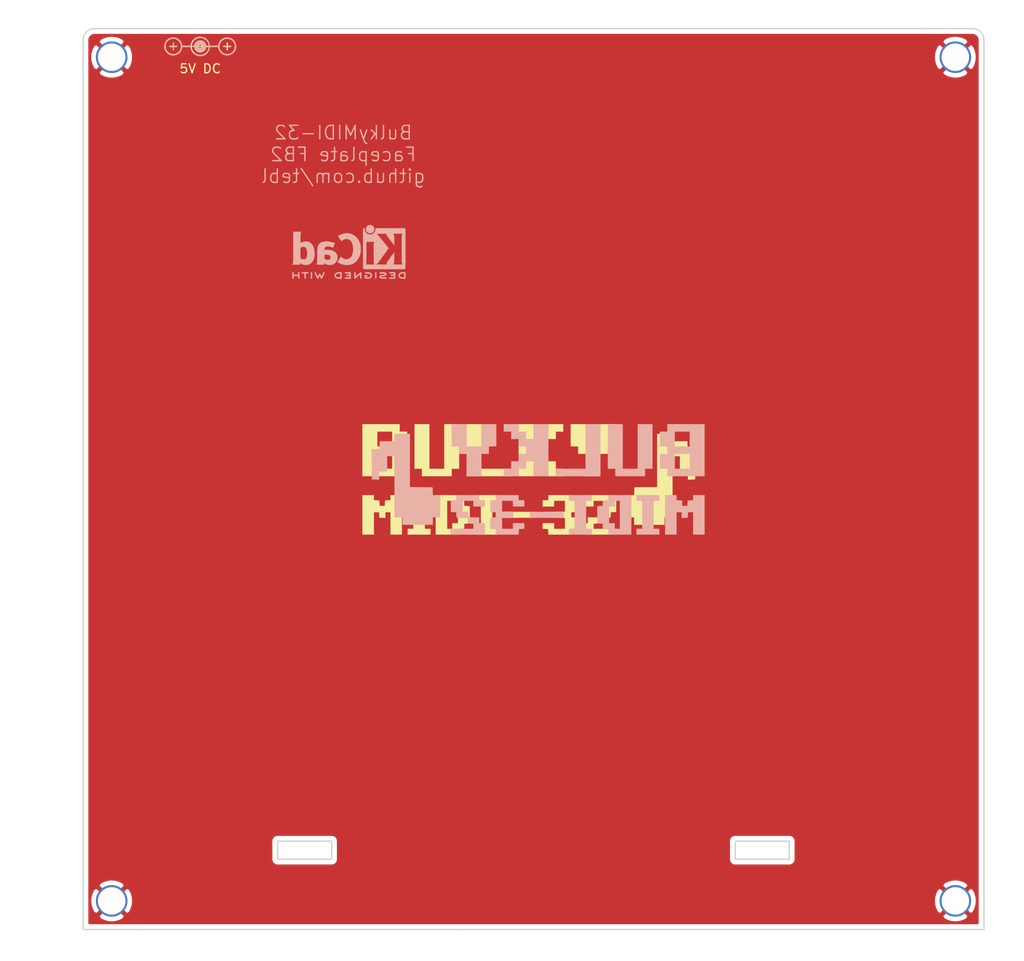
<source format=kicad_pcb>
(kicad_pcb (version 20171130) (host pcbnew "(5.1.8)-1")

  (general
    (thickness 1.6)
    (drawings 19)
    (tracks 0)
    (zones 0)
    (modules 8)
    (nets 2)
  )

  (page A4)
  (layers
    (0 F.Cu signal)
    (31 B.Cu signal)
    (32 B.Adhes user)
    (33 F.Adhes user)
    (34 B.Paste user)
    (35 F.Paste user)
    (36 B.SilkS user)
    (37 F.SilkS user)
    (38 B.Mask user)
    (39 F.Mask user)
    (40 Dwgs.User user)
    (41 Cmts.User user)
    (42 Eco1.User user)
    (43 Eco2.User user)
    (44 Edge.Cuts user)
    (45 Margin user)
    (46 B.CrtYd user)
    (47 F.CrtYd user)
    (48 B.Fab user)
    (49 F.Fab user)
  )

  (setup
    (last_trace_width 0.25)
    (user_trace_width 0.381)
    (trace_clearance 0.2)
    (zone_clearance 0.508)
    (zone_45_only no)
    (trace_min 0.2)
    (via_size 0.6)
    (via_drill 0.4)
    (via_min_size 0.4)
    (via_min_drill 0.3)
    (user_via 1 0.4)
    (uvia_size 0.3)
    (uvia_drill 0.1)
    (uvias_allowed no)
    (uvia_min_size 0.2)
    (uvia_min_drill 0.1)
    (edge_width 0.15)
    (segment_width 0.2)
    (pcb_text_width 0.3)
    (pcb_text_size 1.5 1.5)
    (mod_edge_width 0.15)
    (mod_text_size 1 1)
    (mod_text_width 0.15)
    (pad_size 1.524 1.524)
    (pad_drill 0.762)
    (pad_to_mask_clearance 0)
    (aux_axis_origin 0 0)
    (visible_elements 7FFFFFFF)
    (pcbplotparams
      (layerselection 0x011fc_ffffffff)
      (usegerberextensions true)
      (usegerberattributes false)
      (usegerberadvancedattributes false)
      (creategerberjobfile false)
      (excludeedgelayer true)
      (linewidth 0.100000)
      (plotframeref false)
      (viasonmask false)
      (mode 1)
      (useauxorigin false)
      (hpglpennumber 1)
      (hpglpenspeed 20)
      (hpglpendiameter 15.000000)
      (psnegative false)
      (psa4output false)
      (plotreference true)
      (plotvalue true)
      (plotinvisibletext false)
      (padsonsilk false)
      (subtractmaskfromsilk false)
      (outputformat 1)
      (mirror false)
      (drillshape 0)
      (scaleselection 1)
      (outputdirectory "export/"))
  )

  (net 0 "")
  (net 1 "Net-(M1-Pad1)")

  (net_class Default "This is the default net class."
    (clearance 0.2)
    (trace_width 0.25)
    (via_dia 0.6)
    (via_drill 0.4)
    (uvia_dia 0.3)
    (uvia_drill 0.1)
    (add_net "Net-(M1-Pad1)")
  )

  (net_class Power ""
    (clearance 0.381)
    (trace_width 0.381)
    (via_dia 1)
    (via_drill 0.4)
    (uvia_dia 0.3)
    (uvia_drill 0.1)
  )

  (module artwork:BulkyMIDI-32_8bit locked (layer B.Cu) (tedit 0) (tstamp 6201EE61)
    (at 120.18 104.61 180)
    (fp_text reference G*** (at 0 0) (layer B.SilkS) hide
      (effects (font (size 1.524 1.524) (thickness 0.3)) (justify mirror))
    )
    (fp_text value LOGO (at 0.75 0) (layer B.SilkS) hide
      (effects (font (size 1.524 1.524) (thickness 0.3)) (justify mirror))
    )
    (fp_poly (pts (xy -17.7165 -2.06027) (xy -17.716501 -2.342541) (xy -17.414875 -2.361895) (xy -17.11325 -2.38125)
      (xy -17.074542 -2.9845) (xy -16.516959 -2.9845) (xy -16.497605 -2.682875) (xy -16.47825 -2.38125)
      (xy -16.176625 -2.361895) (xy -15.875001 -2.342541) (xy -15.875 -2.06027) (xy -15.875 -1.778)
      (xy -14.605 -1.778) (xy -14.605 -6.1595) (xy -15.875 -6.1595) (xy -15.875 -3.683)
      (xy -16.4465 -3.683) (xy -16.4465 -4.324636) (xy -17.11325 -4.28625) (xy -17.132605 -3.984625)
      (xy -17.151959 -3.683) (xy -17.7165 -3.683) (xy -17.7165 -6.1595) (xy -18.9865 -6.1595)
      (xy -18.9865 -1.778) (xy -17.7165 -1.778) (xy -17.7165 -2.06027)) (layer B.SilkS) (width 0.01))
    (fp_poly (pts (xy -11.43 -2.413) (xy -12.065 -2.413) (xy -12.065 -5.5245) (xy -11.43 -5.5245)
      (xy -11.43 -6.1595) (xy -13.97 -6.1595) (xy -13.97 -5.5245) (xy -13.335 -5.5245)
      (xy -13.335 -2.413) (xy -13.97 -2.413) (xy -13.97 -1.778) (xy -11.43 -1.778)
      (xy -11.43 -2.413)) (layer B.SilkS) (width 0.01))
    (fp_poly (pts (xy -8.3185 -2.342541) (xy -8.016875 -2.361895) (xy -7.71525 -2.38125) (xy -7.696033 -2.679532)
      (xy -7.676815 -2.977814) (xy -7.378533 -2.997032) (xy -7.08025 -3.01625) (xy -7.08025 -4.92125)
      (xy -7.6835 -4.959958) (xy -7.6835 -5.5245) (xy -8.3185 -5.5245) (xy -8.3185 -6.1595)
      (xy -10.8585 -6.1595) (xy -10.8585 -2.413) (xy -9.5885 -2.413) (xy -9.5885 -5.5245)
      (xy -9.017 -5.5245) (xy -9.017 -4.8895) (xy -8.382 -4.8895) (xy -8.382 -3.048)
      (xy -9.017 -3.048) (xy -9.017 -2.413) (xy -9.5885 -2.413) (xy -10.8585 -2.413)
      (xy -10.8585 -1.778) (xy -8.3185 -1.778) (xy -8.3185 -2.342541)) (layer B.SilkS) (width 0.01))
    (fp_poly (pts (xy -3.937 -2.413) (xy -4.572 -2.413) (xy -4.572 -5.5245) (xy -3.937 -5.5245)
      (xy -3.937 -6.1595) (xy -6.477 -6.1595) (xy -6.477 -5.5245) (xy -5.842 -5.5245)
      (xy -5.842 -2.413) (xy -6.477 -2.413) (xy -6.477 -1.778) (xy -3.937 -1.778)
      (xy -3.937 -2.413)) (layer B.SilkS) (width 0.01))
    (fp_poly (pts (xy 4.191 -2.342541) (xy 4.492625 -2.361895) (xy 4.79425 -2.38125) (xy 4.79425 -3.65125)
      (xy 4.191 -3.689958) (xy 4.191 -4.247541) (xy 4.492625 -4.266895) (xy 4.79425 -4.28625)
      (xy 4.830598 -5.5245) (xy 4.191 -5.5245) (xy 4.191 -6.1595) (xy 1.657958 -6.1595)
      (xy 1.61925 -5.55625) (xy 1.317625 -5.536895) (xy 1.016 -5.517541) (xy 1.016 -4.8895)
      (xy 2.286 -4.8895) (xy 2.286 -5.5245) (xy 3.4925 -5.5245) (xy 3.4925 -4.322598)
      (xy 2.25425 -4.28625) (xy 2.25425 -3.65125) (xy 2.873375 -3.633075) (xy 3.4925 -3.614901)
      (xy 3.4925 -2.413) (xy 2.286 -2.413) (xy 2.286 -3.048) (xy 1.016 -3.048)
      (xy 1.016 -2.3495) (xy 1.651 -2.3495) (xy 1.651 -1.778) (xy 4.191 -1.778)
      (xy 4.191 -2.342541)) (layer B.SilkS) (width 0.01))
    (fp_poly (pts (xy 8.5725 -2.342541) (xy 8.874125 -2.361895) (xy 9.17575 -2.38125) (xy 9.17575 -3.65125)
      (xy 8.877467 -3.670467) (xy 8.579185 -3.689685) (xy 8.559967 -3.987967) (xy 8.54075 -4.28625)
      (xy 7.925011 -4.304383) (xy 7.309273 -4.322517) (xy 7.290011 -4.621883) (xy 7.27075 -4.92125)
      (xy 6.6675 -4.959958) (xy 6.6675 -5.5245) (xy 9.2075 -5.5245) (xy 9.2075 -6.1595)
      (xy 5.3975 -6.1595) (xy 5.3975 -4.8895) (xy 6.0325 -4.8895) (xy 6.0325 -4.2545)
      (xy 7.239 -4.2545) (xy 7.239 -3.6195) (xy 7.874 -3.6195) (xy 7.874 -2.413)
      (xy 6.6675 -2.413) (xy 6.6675 -3.048) (xy 5.3975 -3.048) (xy 5.3975 -2.3495)
      (xy 6.0325 -2.3495) (xy 6.0325 -1.778) (xy 8.5725 -1.778) (xy 8.5725 -2.342541)) (layer B.SilkS) (width 0.01))
    (fp_poly (pts (xy 15.4305 4.191) (xy 17.075697 4.191) (xy 17.094473 3.762375) (xy 17.11325 3.33375)
      (xy 17.542923 3.31495) (xy 17.972597 3.29615) (xy 17.955673 1.6322) (xy 17.93875 -0.03175)
      (xy 17.145 -0.06956) (xy 17.145 0.8255) (xy 16.256 0.8255) (xy 16.256 2.54)
      (xy 15.4305 2.54) (xy 15.4305 -4.2545) (xy 14.5415 -4.2545) (xy 14.5415 -5.08)
      (xy 11.176 -5.08) (xy 11.176 -4.2545) (xy 10.3505 -4.2545) (xy 10.3505 -1.778)
      (xy 11.170197 -1.778) (xy 11.188973 -1.349375) (xy 11.20775 -0.92075) (xy 12.461875 -0.903532)
      (xy 13.716 -0.886315) (xy 13.716 5.0165) (xy 15.4305 5.0165) (xy 15.4305 4.191)) (layer B.SilkS) (width 0.01))
    (fp_poly (pts (xy 0.41275 -3.65125) (xy 0.41275 -4.28625) (xy -1.476375 -4.303069) (xy -3.3655 -4.319889)
      (xy -3.3655 -3.61761) (xy 0.41275 -3.65125)) (layer B.SilkS) (width 0.01))
    (fp_poly (pts (xy -14.859 5.2705) (xy -14.0335 5.2705) (xy -14.0335 3.6195) (xy -14.859 3.6195)
      (xy -14.859 2.794) (xy -14.0335 2.794) (xy -14.0335 1.143) (xy -14.859 1.143)
      (xy -14.859 0.3175) (xy -18.9865 0.3175) (xy -18.9865 2.794) (xy -17.3355 2.794)
      (xy -17.3355 1.143) (xy -15.6845 1.143) (xy -15.6845 2.794) (xy -17.3355 2.794)
      (xy -18.9865 2.794) (xy -18.9865 5.2705) (xy -17.3355 5.2705) (xy -17.3355 3.6195)
      (xy -15.6845 3.6195) (xy -15.6845 5.2705) (xy -17.3355 5.2705) (xy -18.9865 5.2705)
      (xy -18.9865 6.096) (xy -14.859 6.096) (xy -14.859 5.2705)) (layer B.SilkS) (width 0.01))
    (fp_poly (pts (xy -11.557 1.143) (xy -9.906 1.143) (xy -9.906 6.096) (xy -8.255 6.096)
      (xy -8.255 1.143) (xy -9.0805 1.143) (xy -9.0805 0.3175) (xy -12.3825 0.3175)
      (xy -12.3825 1.143) (xy -13.208 1.143) (xy -13.208 6.096) (xy -11.557 6.096)
      (xy -11.557 1.143)) (layer B.SilkS) (width 0.01))
    (fp_poly (pts (xy -5.7785 1.143) (xy -2.4765 1.143) (xy -2.4765 0.3175) (xy -7.4295 0.3175)
      (xy -7.4295 6.096) (xy -5.7785 6.096) (xy -5.7785 1.143)) (layer B.SilkS) (width 0.01))
    (fp_poly (pts (xy 0 4.445) (xy 0.8255 4.445) (xy 0.8255 5.2705) (xy 1.651 5.2705)
      (xy 1.651 6.096) (xy 3.302 6.096) (xy 3.302 5.2705) (xy 2.4765 5.2705)
      (xy 2.4765 4.445) (xy 1.651 4.445) (xy 1.651 3.6195) (xy 0.8255 3.6195)
      (xy 0.8255 2.794) (xy 1.651 2.794) (xy 1.651 1.9685) (xy 2.4765 1.9685)
      (xy 2.4765 1.143) (xy 3.302 1.143) (xy 3.302 0.3175) (xy 1.651 0.3175)
      (xy 1.651 1.143) (xy 0.8255 1.143) (xy 0.8255 1.9685) (xy 0 1.9685)
      (xy 0 0.3175) (xy -1.651 0.3175) (xy -1.651 6.096) (xy 0 6.096)
      (xy 0 4.445)) (layer B.SilkS) (width 0.01))
    (fp_poly (pts (xy 5.7785 3.6195) (xy 7.4295 3.6195) (xy 7.4295 6.096) (xy 9.0805 6.096)
      (xy 9.0805 3.6195) (xy 8.255 3.6195) (xy 8.255 2.794) (xy 7.4295 2.794)
      (xy 7.4295 0.3175) (xy 5.7785 0.3175) (xy 5.7785 2.794) (xy 4.953 2.794)
      (xy 4.953 3.6195) (xy 4.1275 3.6195) (xy 4.1275 6.096) (xy 5.7785 6.096)
      (xy 5.7785 3.6195)) (layer B.SilkS) (width 0.01))
  )

  (module artwork:BulkyMIDI-32_8bit locked (layer F.Cu) (tedit 0) (tstamp 6201EAC4)
    (at 120.18 104.61)
    (fp_text reference G*** (at 0 0) (layer F.SilkS) hide
      (effects (font (size 1.524 1.524) (thickness 0.3)))
    )
    (fp_text value LOGO (at 0.75 0) (layer F.SilkS) hide
      (effects (font (size 1.524 1.524) (thickness 0.3)))
    )
    (fp_poly (pts (xy -17.7165 2.06027) (xy -17.716501 2.342541) (xy -17.414875 2.361895) (xy -17.11325 2.38125)
      (xy -17.074542 2.9845) (xy -16.516959 2.9845) (xy -16.497605 2.682875) (xy -16.47825 2.38125)
      (xy -16.176625 2.361895) (xy -15.875001 2.342541) (xy -15.875 2.06027) (xy -15.875 1.778)
      (xy -14.605 1.778) (xy -14.605 6.1595) (xy -15.875 6.1595) (xy -15.875 3.683)
      (xy -16.4465 3.683) (xy -16.4465 4.324636) (xy -17.11325 4.28625) (xy -17.132605 3.984625)
      (xy -17.151959 3.683) (xy -17.7165 3.683) (xy -17.7165 6.1595) (xy -18.9865 6.1595)
      (xy -18.9865 1.778) (xy -17.7165 1.778) (xy -17.7165 2.06027)) (layer F.SilkS) (width 0.01))
    (fp_poly (pts (xy -11.43 2.413) (xy -12.065 2.413) (xy -12.065 5.5245) (xy -11.43 5.5245)
      (xy -11.43 6.1595) (xy -13.97 6.1595) (xy -13.97 5.5245) (xy -13.335 5.5245)
      (xy -13.335 2.413) (xy -13.97 2.413) (xy -13.97 1.778) (xy -11.43 1.778)
      (xy -11.43 2.413)) (layer F.SilkS) (width 0.01))
    (fp_poly (pts (xy -8.3185 2.342541) (xy -8.016875 2.361895) (xy -7.71525 2.38125) (xy -7.696033 2.679532)
      (xy -7.676815 2.977814) (xy -7.378533 2.997032) (xy -7.08025 3.01625) (xy -7.08025 4.92125)
      (xy -7.6835 4.959958) (xy -7.6835 5.5245) (xy -8.3185 5.5245) (xy -8.3185 6.1595)
      (xy -10.8585 6.1595) (xy -10.8585 2.413) (xy -9.5885 2.413) (xy -9.5885 5.5245)
      (xy -9.017 5.5245) (xy -9.017 4.8895) (xy -8.382 4.8895) (xy -8.382 3.048)
      (xy -9.017 3.048) (xy -9.017 2.413) (xy -9.5885 2.413) (xy -10.8585 2.413)
      (xy -10.8585 1.778) (xy -8.3185 1.778) (xy -8.3185 2.342541)) (layer F.SilkS) (width 0.01))
    (fp_poly (pts (xy -3.937 2.413) (xy -4.572 2.413) (xy -4.572 5.5245) (xy -3.937 5.5245)
      (xy -3.937 6.1595) (xy -6.477 6.1595) (xy -6.477 5.5245) (xy -5.842 5.5245)
      (xy -5.842 2.413) (xy -6.477 2.413) (xy -6.477 1.778) (xy -3.937 1.778)
      (xy -3.937 2.413)) (layer F.SilkS) (width 0.01))
    (fp_poly (pts (xy 4.191 2.342541) (xy 4.492625 2.361895) (xy 4.79425 2.38125) (xy 4.79425 3.65125)
      (xy 4.191 3.689958) (xy 4.191 4.247541) (xy 4.492625 4.266895) (xy 4.79425 4.28625)
      (xy 4.830598 5.5245) (xy 4.191 5.5245) (xy 4.191 6.1595) (xy 1.657958 6.1595)
      (xy 1.61925 5.55625) (xy 1.317625 5.536895) (xy 1.016 5.517541) (xy 1.016 4.8895)
      (xy 2.286 4.8895) (xy 2.286 5.5245) (xy 3.4925 5.5245) (xy 3.4925 4.322598)
      (xy 2.25425 4.28625) (xy 2.25425 3.65125) (xy 2.873375 3.633075) (xy 3.4925 3.614901)
      (xy 3.4925 2.413) (xy 2.286 2.413) (xy 2.286 3.048) (xy 1.016 3.048)
      (xy 1.016 2.3495) (xy 1.651 2.3495) (xy 1.651 1.778) (xy 4.191 1.778)
      (xy 4.191 2.342541)) (layer F.SilkS) (width 0.01))
    (fp_poly (pts (xy 8.5725 2.342541) (xy 8.874125 2.361895) (xy 9.17575 2.38125) (xy 9.17575 3.65125)
      (xy 8.877467 3.670467) (xy 8.579185 3.689685) (xy 8.559967 3.987967) (xy 8.54075 4.28625)
      (xy 7.925011 4.304383) (xy 7.309273 4.322517) (xy 7.290011 4.621883) (xy 7.27075 4.92125)
      (xy 6.6675 4.959958) (xy 6.6675 5.5245) (xy 9.2075 5.5245) (xy 9.2075 6.1595)
      (xy 5.3975 6.1595) (xy 5.3975 4.8895) (xy 6.0325 4.8895) (xy 6.0325 4.2545)
      (xy 7.239 4.2545) (xy 7.239 3.6195) (xy 7.874 3.6195) (xy 7.874 2.413)
      (xy 6.6675 2.413) (xy 6.6675 3.048) (xy 5.3975 3.048) (xy 5.3975 2.3495)
      (xy 6.0325 2.3495) (xy 6.0325 1.778) (xy 8.5725 1.778) (xy 8.5725 2.342541)) (layer F.SilkS) (width 0.01))
    (fp_poly (pts (xy 15.4305 -4.191) (xy 17.075697 -4.191) (xy 17.094473 -3.762375) (xy 17.11325 -3.33375)
      (xy 17.542923 -3.31495) (xy 17.972597 -3.29615) (xy 17.955673 -1.6322) (xy 17.93875 0.03175)
      (xy 17.145 0.06956) (xy 17.145 -0.8255) (xy 16.256 -0.8255) (xy 16.256 -2.54)
      (xy 15.4305 -2.54) (xy 15.4305 4.2545) (xy 14.5415 4.2545) (xy 14.5415 5.08)
      (xy 11.176 5.08) (xy 11.176 4.2545) (xy 10.3505 4.2545) (xy 10.3505 1.778)
      (xy 11.170197 1.778) (xy 11.188973 1.349375) (xy 11.20775 0.92075) (xy 12.461875 0.903532)
      (xy 13.716 0.886315) (xy 13.716 -5.0165) (xy 15.4305 -5.0165) (xy 15.4305 -4.191)) (layer F.SilkS) (width 0.01))
    (fp_poly (pts (xy 0.41275 3.65125) (xy 0.41275 4.28625) (xy -1.476375 4.303069) (xy -3.3655 4.319889)
      (xy -3.3655 3.61761) (xy 0.41275 3.65125)) (layer F.SilkS) (width 0.01))
    (fp_poly (pts (xy -14.859 -5.2705) (xy -14.0335 -5.2705) (xy -14.0335 -3.6195) (xy -14.859 -3.6195)
      (xy -14.859 -2.794) (xy -14.0335 -2.794) (xy -14.0335 -1.143) (xy -14.859 -1.143)
      (xy -14.859 -0.3175) (xy -18.9865 -0.3175) (xy -18.9865 -2.794) (xy -17.3355 -2.794)
      (xy -17.3355 -1.143) (xy -15.6845 -1.143) (xy -15.6845 -2.794) (xy -17.3355 -2.794)
      (xy -18.9865 -2.794) (xy -18.9865 -5.2705) (xy -17.3355 -5.2705) (xy -17.3355 -3.6195)
      (xy -15.6845 -3.6195) (xy -15.6845 -5.2705) (xy -17.3355 -5.2705) (xy -18.9865 -5.2705)
      (xy -18.9865 -6.096) (xy -14.859 -6.096) (xy -14.859 -5.2705)) (layer F.SilkS) (width 0.01))
    (fp_poly (pts (xy -11.557 -1.143) (xy -9.906 -1.143) (xy -9.906 -6.096) (xy -8.255 -6.096)
      (xy -8.255 -1.143) (xy -9.0805 -1.143) (xy -9.0805 -0.3175) (xy -12.3825 -0.3175)
      (xy -12.3825 -1.143) (xy -13.208 -1.143) (xy -13.208 -6.096) (xy -11.557 -6.096)
      (xy -11.557 -1.143)) (layer F.SilkS) (width 0.01))
    (fp_poly (pts (xy -5.7785 -1.143) (xy -2.4765 -1.143) (xy -2.4765 -0.3175) (xy -7.4295 -0.3175)
      (xy -7.4295 -6.096) (xy -5.7785 -6.096) (xy -5.7785 -1.143)) (layer F.SilkS) (width 0.01))
    (fp_poly (pts (xy 0 -4.445) (xy 0.8255 -4.445) (xy 0.8255 -5.2705) (xy 1.651 -5.2705)
      (xy 1.651 -6.096) (xy 3.302 -6.096) (xy 3.302 -5.2705) (xy 2.4765 -5.2705)
      (xy 2.4765 -4.445) (xy 1.651 -4.445) (xy 1.651 -3.6195) (xy 0.8255 -3.6195)
      (xy 0.8255 -2.794) (xy 1.651 -2.794) (xy 1.651 -1.9685) (xy 2.4765 -1.9685)
      (xy 2.4765 -1.143) (xy 3.302 -1.143) (xy 3.302 -0.3175) (xy 1.651 -0.3175)
      (xy 1.651 -1.143) (xy 0.8255 -1.143) (xy 0.8255 -1.9685) (xy 0 -1.9685)
      (xy 0 -0.3175) (xy -1.651 -0.3175) (xy -1.651 -6.096) (xy 0 -6.096)
      (xy 0 -4.445)) (layer F.SilkS) (width 0.01))
    (fp_poly (pts (xy 5.7785 -3.6195) (xy 7.4295 -3.6195) (xy 7.4295 -6.096) (xy 9.0805 -6.096)
      (xy 9.0805 -3.6195) (xy 8.255 -3.6195) (xy 8.255 -2.794) (xy 7.4295 -2.794)
      (xy 7.4295 -0.3175) (xy 5.7785 -0.3175) (xy 5.7785 -2.794) (xy 4.953 -2.794)
      (xy 4.953 -3.6195) (xy 4.1275 -3.6195) (xy 4.1275 -6.096) (xy 5.7785 -6.096)
      (xy 5.7785 -3.6195)) (layer F.SilkS) (width 0.01))
  )

  (module BulkyMIDI-32:PWR_Specification locked (layer F.Cu) (tedit 61EDF347) (tstamp 6201EBE7)
    (at 83.185 56.515)
    (descr "Barrel connector polarity indicator")
    (tags "barrel polarity")
    (attr virtual)
    (fp_text reference REF** (at 0 -2) (layer F.SilkS) hide
      (effects (font (size 1 1) (thickness 0.15)))
    )
    (fp_text value PWR_Spec (at 0 2) (layer F.Fab)
      (effects (font (size 1 1) (thickness 0.15)))
    )
    (fp_circle (center 0 0.075) (end 0 0.25) (layer F.SilkS) (width 0.5))
    (fp_circle (center 3 0.075) (end 3 1) (layer F.SilkS) (width 0.15))
    (fp_circle (center -3 0.075) (end -3 1) (layer F.SilkS) (width 0.15))
    (fp_line (start -2 0.075) (end -1.1 0.075) (layer F.SilkS) (width 0.15))
    (fp_line (start 0 0.075) (end 2 0.075) (layer F.SilkS) (width 0.15))
    (fp_circle (center -2.9845 0.0635) (end -2.0595 0.0635) (layer B.SilkS) (width 0.15))
    (fp_circle (center 2.9845 0.0635) (end 3.9095 0.0635) (layer B.SilkS) (width 0.15))
    (fp_line (start 0 0.0635) (end -2 0.0635) (layer B.SilkS) (width 0.15))
    (fp_circle (center 0 0.0635) (end 0.175 0.0635) (layer B.SilkS) (width 0.5))
    (fp_line (start 1.0685 0.0635) (end 1.9685 0.0635) (layer B.SilkS) (width 0.15))
    (fp_arc (start 0 0.0635) (end -0.75 -0.6115) (angle 270) (layer B.SilkS) (width 0.15))
    (fp_text user + (at -2.9845 0) (layer B.SilkS)
      (effects (font (size 1 1) (thickness 0.15)))
    )
    (fp_text user - (at 2.9845 0) (layer B.SilkS)
      (effects (font (size 1 1) (thickness 0.15)))
    )
    (fp_text user - (at -3 0) (layer F.SilkS)
      (effects (font (size 1 1) (thickness 0.15)))
    )
    (fp_text user + (at 3 0) (layer F.SilkS)
      (effects (font (size 1 1) (thickness 0.15)))
    )
    (fp_arc (start 0 0.075) (end 0.75 0.75) (angle 270) (layer F.SilkS) (width 0.15))
  )

  (module Symbols:KiCad-Logo2_6mm_SilkScreen locked (layer B.Cu) (tedit 0) (tstamp 5EE53D9C)
    (at 99.695 79.375 180)
    (descr "KiCad Logo")
    (tags "Logo KiCad")
    (attr virtual)
    (fp_text reference REF*** (at 0 0) (layer B.SilkS) hide
      (effects (font (size 1 1) (thickness 0.15)) (justify mirror))
    )
    (fp_text value KiCad-Logo2_6mm_SilkScreen (at 0.75 0) (layer B.Fab) hide
      (effects (font (size 1 1) (thickness 0.15)) (justify mirror))
    )
    (fp_poly (pts (xy -6.121371 -2.269066) (xy -6.081889 -2.269467) (xy -5.9662 -2.272259) (xy -5.869311 -2.28055)
      (xy -5.787919 -2.295232) (xy -5.718723 -2.317193) (xy -5.65842 -2.347322) (xy -5.603708 -2.38651)
      (xy -5.584167 -2.403532) (xy -5.55175 -2.443363) (xy -5.52252 -2.497413) (xy -5.499991 -2.557323)
      (xy -5.487679 -2.614739) (xy -5.4864 -2.635956) (xy -5.494417 -2.694769) (xy -5.515899 -2.759013)
      (xy -5.546999 -2.819821) (xy -5.583866 -2.86833) (xy -5.589854 -2.874182) (xy -5.640579 -2.915321)
      (xy -5.696125 -2.947435) (xy -5.759696 -2.971365) (xy -5.834494 -2.987953) (xy -5.923722 -2.998041)
      (xy -6.030582 -3.002469) (xy -6.079528 -3.002845) (xy -6.141762 -3.002545) (xy -6.185528 -3.001292)
      (xy -6.214931 -2.998554) (xy -6.234079 -2.993801) (xy -6.247077 -2.986501) (xy -6.254045 -2.980267)
      (xy -6.260626 -2.972694) (xy -6.265788 -2.962924) (xy -6.269703 -2.94834) (xy -6.272543 -2.926326)
      (xy -6.27448 -2.894264) (xy -6.275684 -2.849536) (xy -6.276328 -2.789526) (xy -6.276583 -2.711617)
      (xy -6.276622 -2.635956) (xy -6.27687 -2.535041) (xy -6.276817 -2.454427) (xy -6.275857 -2.415822)
      (xy -6.129867 -2.415822) (xy -6.129867 -2.856089) (xy -6.036734 -2.856004) (xy -5.980693 -2.854396)
      (xy -5.921999 -2.850256) (xy -5.873028 -2.844464) (xy -5.871538 -2.844226) (xy -5.792392 -2.82509)
      (xy -5.731002 -2.795287) (xy -5.684305 -2.752878) (xy -5.654635 -2.706961) (xy -5.636353 -2.656026)
      (xy -5.637771 -2.6082) (xy -5.658988 -2.556933) (xy -5.700489 -2.503899) (xy -5.757998 -2.4646)
      (xy -5.83275 -2.438331) (xy -5.882708 -2.429035) (xy -5.939416 -2.422507) (xy -5.999519 -2.417782)
      (xy -6.050639 -2.415817) (xy -6.053667 -2.415808) (xy -6.129867 -2.415822) (xy -6.275857 -2.415822)
      (xy -6.27526 -2.391851) (xy -6.270998 -2.345055) (xy -6.26283 -2.311778) (xy -6.249556 -2.289759)
      (xy -6.229974 -2.276739) (xy -6.202883 -2.270457) (xy -6.167082 -2.268653) (xy -6.121371 -2.269066)) (layer B.SilkS) (width 0.01))
    (fp_poly (pts (xy -4.712794 -2.269146) (xy -4.643386 -2.269518) (xy -4.590997 -2.270385) (xy -4.552847 -2.271946)
      (xy -4.526159 -2.274403) (xy -4.508153 -2.277957) (xy -4.496049 -2.28281) (xy -4.487069 -2.289161)
      (xy -4.483818 -2.292084) (xy -4.464043 -2.323142) (xy -4.460482 -2.358828) (xy -4.473491 -2.39051)
      (xy -4.479506 -2.396913) (xy -4.489235 -2.403121) (xy -4.504901 -2.40791) (xy -4.529408 -2.411514)
      (xy -4.565661 -2.414164) (xy -4.616565 -2.416095) (xy -4.685026 -2.417539) (xy -4.747617 -2.418418)
      (xy -4.995334 -2.421467) (xy -4.998719 -2.486378) (xy -5.002105 -2.551289) (xy -4.833958 -2.551289)
      (xy -4.760959 -2.551919) (xy -4.707517 -2.554553) (xy -4.670628 -2.560309) (xy -4.647288 -2.570304)
      (xy -4.634494 -2.585656) (xy -4.629242 -2.607482) (xy -4.628445 -2.627738) (xy -4.630923 -2.652592)
      (xy -4.640277 -2.670906) (xy -4.659383 -2.683637) (xy -4.691118 -2.691741) (xy -4.738359 -2.696176)
      (xy -4.803983 -2.697899) (xy -4.839801 -2.698045) (xy -5.000978 -2.698045) (xy -5.000978 -2.856089)
      (xy -4.752622 -2.856089) (xy -4.671213 -2.856202) (xy -4.609342 -2.856712) (xy -4.563968 -2.85787)
      (xy -4.532054 -2.85993) (xy -4.510559 -2.863146) (xy -4.496443 -2.867772) (xy -4.486668 -2.874059)
      (xy -4.481689 -2.878667) (xy -4.46461 -2.90556) (xy -4.459111 -2.929467) (xy -4.466963 -2.958667)
      (xy -4.481689 -2.980267) (xy -4.489546 -2.987066) (xy -4.499688 -2.992346) (xy -4.514844 -2.996298)
      (xy -4.537741 -2.999113) (xy -4.571109 -3.000982) (xy -4.617675 -3.002098) (xy -4.680167 -3.002651)
      (xy -4.761314 -3.002833) (xy -4.803422 -3.002845) (xy -4.893598 -3.002765) (xy -4.963924 -3.002398)
      (xy -5.017129 -3.001552) (xy -5.05594 -3.000036) (xy -5.083087 -2.997659) (xy -5.101298 -2.994229)
      (xy -5.1133 -2.989554) (xy -5.121822 -2.983444) (xy -5.125156 -2.980267) (xy -5.131755 -2.97267)
      (xy -5.136927 -2.96287) (xy -5.140846 -2.948239) (xy -5.143684 -2.926152) (xy -5.145615 -2.893982)
      (xy -5.146812 -2.849103) (xy -5.147448 -2.788889) (xy -5.147697 -2.710713) (xy -5.147734 -2.637923)
      (xy -5.1477 -2.544707) (xy -5.147465 -2.471431) (xy -5.14683 -2.415458) (xy -5.145594 -2.374151)
      (xy -5.143556 -2.344872) (xy -5.140517 -2.324984) (xy -5.136277 -2.31185) (xy -5.130635 -2.302832)
      (xy -5.123391 -2.295293) (xy -5.121606 -2.293612) (xy -5.112945 -2.286172) (xy -5.102882 -2.280409)
      (xy -5.088625 -2.276112) (xy -5.067383 -2.273064) (xy -5.036364 -2.271051) (xy -4.992777 -2.26986)
      (xy -4.933831 -2.269275) (xy -4.856734 -2.269083) (xy -4.802001 -2.269067) (xy -4.712794 -2.269146)) (layer B.SilkS) (width 0.01))
    (fp_poly (pts (xy -3.691703 -2.270351) (xy -3.616888 -2.275581) (xy -3.547306 -2.28375) (xy -3.487002 -2.29455)
      (xy -3.44002 -2.307673) (xy -3.410406 -2.322813) (xy -3.40586 -2.327269) (xy -3.390054 -2.36185)
      (xy -3.394847 -2.397351) (xy -3.419364 -2.427725) (xy -3.420534 -2.428596) (xy -3.434954 -2.437954)
      (xy -3.450008 -2.442876) (xy -3.471005 -2.443473) (xy -3.503257 -2.439861) (xy -3.552073 -2.432154)
      (xy -3.556 -2.431505) (xy -3.628739 -2.422569) (xy -3.707217 -2.418161) (xy -3.785927 -2.418119)
      (xy -3.859361 -2.422279) (xy -3.922011 -2.430479) (xy -3.96837 -2.442557) (xy -3.971416 -2.443771)
      (xy -4.005048 -2.462615) (xy -4.016864 -2.481685) (xy -4.007614 -2.500439) (xy -3.978047 -2.518337)
      (xy -3.928911 -2.534837) (xy -3.860957 -2.549396) (xy -3.815645 -2.556406) (xy -3.721456 -2.569889)
      (xy -3.646544 -2.582214) (xy -3.587717 -2.594449) (xy -3.541785 -2.607661) (xy -3.505555 -2.622917)
      (xy -3.475838 -2.641285) (xy -3.449442 -2.663831) (xy -3.42823 -2.685971) (xy -3.403065 -2.716819)
      (xy -3.390681 -2.743345) (xy -3.386808 -2.776026) (xy -3.386667 -2.787995) (xy -3.389576 -2.827712)
      (xy -3.401202 -2.857259) (xy -3.421323 -2.883486) (xy -3.462216 -2.923576) (xy -3.507817 -2.954149)
      (xy -3.561513 -2.976203) (xy -3.626692 -2.990735) (xy -3.706744 -2.998741) (xy -3.805057 -3.001218)
      (xy -3.821289 -3.001177) (xy -3.886849 -2.999818) (xy -3.951866 -2.99673) (xy -4.009252 -2.992356)
      (xy -4.051922 -2.98714) (xy -4.055372 -2.986541) (xy -4.097796 -2.976491) (xy -4.13378 -2.963796)
      (xy -4.15415 -2.95219) (xy -4.173107 -2.921572) (xy -4.174427 -2.885918) (xy -4.158085 -2.854144)
      (xy -4.154429 -2.850551) (xy -4.139315 -2.839876) (xy -4.120415 -2.835276) (xy -4.091162 -2.836059)
      (xy -4.055651 -2.840127) (xy -4.01597 -2.843762) (xy -3.960345 -2.846828) (xy -3.895406 -2.849053)
      (xy -3.827785 -2.850164) (xy -3.81 -2.850237) (xy -3.742128 -2.849964) (xy -3.692454 -2.848646)
      (xy -3.65661 -2.845827) (xy -3.630224 -2.84105) (xy -3.608926 -2.833857) (xy -3.596126 -2.827867)
      (xy -3.568 -2.811233) (xy -3.550068 -2.796168) (xy -3.547447 -2.791897) (xy -3.552976 -2.774263)
      (xy -3.57926 -2.757192) (xy -3.624478 -2.741458) (xy -3.686808 -2.727838) (xy -3.705171 -2.724804)
      (xy -3.80109 -2.709738) (xy -3.877641 -2.697146) (xy -3.93778 -2.686111) (xy -3.98446 -2.67572)
      (xy -4.020637 -2.665056) (xy -4.049265 -2.653205) (xy -4.073298 -2.639251) (xy -4.095692 -2.622281)
      (xy -4.119402 -2.601378) (xy -4.12738 -2.594049) (xy -4.155353 -2.566699) (xy -4.17016 -2.545029)
      (xy -4.175952 -2.520232) (xy -4.176889 -2.488983) (xy -4.166575 -2.427705) (xy -4.135752 -2.37564)
      (xy -4.084595 -2.332958) (xy -4.013283 -2.299825) (xy -3.9624 -2.284964) (xy -3.9071 -2.275366)
      (xy -3.840853 -2.269936) (xy -3.767706 -2.268367) (xy -3.691703 -2.270351)) (layer B.SilkS) (width 0.01))
    (fp_poly (pts (xy -2.923822 -2.291645) (xy -2.917242 -2.299218) (xy -2.912079 -2.308987) (xy -2.908164 -2.323571)
      (xy -2.905324 -2.345585) (xy -2.903387 -2.377648) (xy -2.902183 -2.422375) (xy -2.901539 -2.482385)
      (xy -2.901284 -2.560294) (xy -2.901245 -2.635956) (xy -2.901314 -2.729802) (xy -2.901638 -2.803689)
      (xy -2.902386 -2.860232) (xy -2.903732 -2.902049) (xy -2.905846 -2.931757) (xy -2.9089 -2.951973)
      (xy -2.913066 -2.965314) (xy -2.918516 -2.974398) (xy -2.923822 -2.980267) (xy -2.956826 -2.999947)
      (xy -2.991991 -2.998181) (xy -3.023455 -2.976717) (xy -3.030684 -2.968337) (xy -3.036334 -2.958614)
      (xy -3.040599 -2.944861) (xy -3.043673 -2.924389) (xy -3.045752 -2.894512) (xy -3.04703 -2.852541)
      (xy -3.047701 -2.795789) (xy -3.047959 -2.721567) (xy -3.048 -2.637537) (xy -3.048 -2.324485)
      (xy -3.020291 -2.296776) (xy -2.986137 -2.273463) (xy -2.953006 -2.272623) (xy -2.923822 -2.291645)) (layer B.SilkS) (width 0.01))
    (fp_poly (pts (xy -1.950081 -2.274599) (xy -1.881565 -2.286095) (xy -1.828943 -2.303967) (xy -1.794708 -2.327499)
      (xy -1.785379 -2.340924) (xy -1.775893 -2.372148) (xy -1.782277 -2.400395) (xy -1.80243 -2.427182)
      (xy -1.833745 -2.439713) (xy -1.879183 -2.438696) (xy -1.914326 -2.431906) (xy -1.992419 -2.418971)
      (xy -2.072226 -2.417742) (xy -2.161555 -2.428241) (xy -2.186229 -2.43269) (xy -2.269291 -2.456108)
      (xy -2.334273 -2.490945) (xy -2.380461 -2.536604) (xy -2.407145 -2.592494) (xy -2.412663 -2.621388)
      (xy -2.409051 -2.680012) (xy -2.385729 -2.731879) (xy -2.344824 -2.775978) (xy -2.288459 -2.811299)
      (xy -2.21876 -2.836829) (xy -2.137852 -2.851559) (xy -2.04786 -2.854478) (xy -1.95091 -2.844575)
      (xy -1.945436 -2.843641) (xy -1.906875 -2.836459) (xy -1.885494 -2.829521) (xy -1.876227 -2.819227)
      (xy -1.874006 -2.801976) (xy -1.873956 -2.792841) (xy -1.873956 -2.754489) (xy -1.942431 -2.754489)
      (xy -2.0029 -2.750347) (xy -2.044165 -2.737147) (xy -2.068175 -2.71373) (xy -2.076877 -2.678936)
      (xy -2.076983 -2.674394) (xy -2.071892 -2.644654) (xy -2.054433 -2.623419) (xy -2.021939 -2.609366)
      (xy -1.971743 -2.601173) (xy -1.923123 -2.598161) (xy -1.852456 -2.596433) (xy -1.801198 -2.59907)
      (xy -1.766239 -2.6088) (xy -1.74447 -2.628353) (xy -1.73278 -2.660456) (xy -1.72806 -2.707838)
      (xy -1.7272 -2.770071) (xy -1.728609 -2.839535) (xy -1.732848 -2.886786) (xy -1.739936 -2.912012)
      (xy -1.741311 -2.913988) (xy -1.780228 -2.945508) (xy -1.837286 -2.97047) (xy -1.908869 -2.98834)
      (xy -1.991358 -2.998586) (xy -2.081139 -3.000673) (xy -2.174592 -2.994068) (xy -2.229556 -2.985956)
      (xy -2.315766 -2.961554) (xy -2.395892 -2.921662) (xy -2.462977 -2.869887) (xy -2.473173 -2.859539)
      (xy -2.506302 -2.816035) (xy -2.536194 -2.762118) (xy -2.559357 -2.705592) (xy -2.572298 -2.654259)
      (xy -2.573858 -2.634544) (xy -2.567218 -2.593419) (xy -2.549568 -2.542252) (xy -2.524297 -2.488394)
      (xy -2.494789 -2.439195) (xy -2.468719 -2.406334) (xy -2.407765 -2.357452) (xy -2.328969 -2.318545)
      (xy -2.235157 -2.290494) (xy -2.12915 -2.274179) (xy -2.032 -2.270192) (xy -1.950081 -2.274599)) (layer B.SilkS) (width 0.01))
    (fp_poly (pts (xy -1.300114 -2.273448) (xy -1.276548 -2.287273) (xy -1.245735 -2.309881) (xy -1.206078 -2.342338)
      (xy -1.15598 -2.385708) (xy -1.093843 -2.441058) (xy -1.018072 -2.509451) (xy -0.931334 -2.588084)
      (xy -0.750711 -2.751878) (xy -0.745067 -2.532029) (xy -0.743029 -2.456351) (xy -0.741063 -2.399994)
      (xy -0.738734 -2.359706) (xy -0.735606 -2.332235) (xy -0.731245 -2.314329) (xy -0.725216 -2.302737)
      (xy -0.717084 -2.294208) (xy -0.712772 -2.290623) (xy -0.678241 -2.27167) (xy -0.645383 -2.274441)
      (xy -0.619318 -2.290633) (xy -0.592667 -2.312199) (xy -0.589352 -2.627151) (xy -0.588435 -2.719779)
      (xy -0.587968 -2.792544) (xy -0.588113 -2.848161) (xy -0.589032 -2.889342) (xy -0.590887 -2.918803)
      (xy -0.593839 -2.939255) (xy -0.59805 -2.953413) (xy -0.603682 -2.963991) (xy -0.609927 -2.972474)
      (xy -0.623439 -2.988207) (xy -0.636883 -2.998636) (xy -0.652124 -3.002639) (xy -0.671026 -2.999094)
      (xy -0.695455 -2.986879) (xy -0.727273 -2.964871) (xy -0.768348 -2.931949) (xy -0.820542 -2.886991)
      (xy -0.885722 -2.828875) (xy -0.959556 -2.762099) (xy -1.224845 -2.521458) (xy -1.230489 -2.740589)
      (xy -1.232531 -2.816128) (xy -1.234502 -2.872354) (xy -1.236839 -2.912524) (xy -1.239981 -2.939896)
      (xy -1.244364 -2.957728) (xy -1.250424 -2.969279) (xy -1.2586 -2.977807) (xy -1.262784 -2.981282)
      (xy -1.299765 -3.000372) (xy -1.334708 -2.997493) (xy -1.365136 -2.9731) (xy -1.372097 -2.963286)
      (xy -1.377523 -2.951826) (xy -1.381603 -2.935968) (xy -1.384529 -2.912963) (xy -1.386492 -2.880062)
      (xy -1.387683 -2.834516) (xy -1.388292 -2.773573) (xy -1.388511 -2.694486) (xy -1.388534 -2.635956)
      (xy -1.38846 -2.544407) (xy -1.388113 -2.472687) (xy -1.387301 -2.418045) (xy -1.385833 -2.377732)
      (xy -1.383519 -2.348998) (xy -1.380167 -2.329093) (xy -1.375588 -2.315268) (xy -1.369589 -2.304772)
      (xy -1.365136 -2.298811) (xy -1.35385 -2.284691) (xy -1.343301 -2.274029) (xy -1.331893 -2.267892)
      (xy -1.31803 -2.267343) (xy -1.300114 -2.273448)) (layer B.SilkS) (width 0.01))
    (fp_poly (pts (xy 0.230343 -2.26926) (xy 0.306701 -2.270174) (xy 0.365217 -2.272311) (xy 0.408255 -2.276175)
      (xy 0.438183 -2.282267) (xy 0.457368 -2.29109) (xy 0.468176 -2.303146) (xy 0.472973 -2.318939)
      (xy 0.474127 -2.33897) (xy 0.474133 -2.341335) (xy 0.473131 -2.363992) (xy 0.468396 -2.381503)
      (xy 0.457333 -2.394574) (xy 0.437348 -2.403913) (xy 0.405846 -2.410227) (xy 0.360232 -2.414222)
      (xy 0.297913 -2.416606) (xy 0.216293 -2.418086) (xy 0.191277 -2.418414) (xy -0.0508 -2.421467)
      (xy -0.054186 -2.486378) (xy -0.057571 -2.551289) (xy 0.110576 -2.551289) (xy 0.176266 -2.551531)
      (xy 0.223172 -2.552556) (xy 0.255083 -2.554811) (xy 0.275791 -2.558742) (xy 0.289084 -2.564798)
      (xy 0.298755 -2.573424) (xy 0.298817 -2.573493) (xy 0.316356 -2.607112) (xy 0.315722 -2.643448)
      (xy 0.297314 -2.674423) (xy 0.293671 -2.677607) (xy 0.280741 -2.685812) (xy 0.263024 -2.691521)
      (xy 0.23657 -2.695162) (xy 0.197432 -2.697167) (xy 0.141662 -2.697964) (xy 0.105994 -2.698045)
      (xy -0.056445 -2.698045) (xy -0.056445 -2.856089) (xy 0.190161 -2.856089) (xy 0.27158 -2.856231)
      (xy 0.33341 -2.856814) (xy 0.378637 -2.858068) (xy 0.410248 -2.860227) (xy 0.431231 -2.863523)
      (xy 0.444573 -2.868189) (xy 0.453261 -2.874457) (xy 0.45545 -2.876733) (xy 0.471614 -2.90828)
      (xy 0.472797 -2.944168) (xy 0.459536 -2.975285) (xy 0.449043 -2.985271) (xy 0.438129 -2.990769)
      (xy 0.421217 -2.995022) (xy 0.395633 -2.99818) (xy 0.358701 -3.000392) (xy 0.307746 -3.001806)
      (xy 0.240094 -3.002572) (xy 0.153069 -3.002838) (xy 0.133394 -3.002845) (xy 0.044911 -3.002787)
      (xy -0.023773 -3.002467) (xy -0.075436 -3.001667) (xy -0.112855 -3.000167) (xy -0.13881 -2.997749)
      (xy -0.156078 -2.994194) (xy -0.167438 -2.989282) (xy -0.175668 -2.982795) (xy -0.180183 -2.978138)
      (xy -0.186979 -2.969889) (xy -0.192288 -2.959669) (xy -0.196294 -2.9448) (xy -0.199179 -2.922602)
      (xy -0.201126 -2.890393) (xy -0.202319 -2.845496) (xy -0.202939 -2.785228) (xy -0.203171 -2.706911)
      (xy -0.2032 -2.640994) (xy -0.203129 -2.548628) (xy -0.202792 -2.476117) (xy -0.202002 -2.420737)
      (xy -0.200574 -2.379765) (xy -0.198321 -2.350478) (xy -0.195057 -2.330153) (xy -0.190596 -2.316066)
      (xy -0.184752 -2.305495) (xy -0.179803 -2.298811) (xy -0.156406 -2.269067) (xy 0.133774 -2.269067)
      (xy 0.230343 -2.26926)) (layer B.SilkS) (width 0.01))
    (fp_poly (pts (xy 1.018309 -2.269275) (xy 1.147288 -2.273636) (xy 1.256991 -2.286861) (xy 1.349226 -2.309741)
      (xy 1.425802 -2.34307) (xy 1.488527 -2.387638) (xy 1.539212 -2.444236) (xy 1.579663 -2.513658)
      (xy 1.580459 -2.515351) (xy 1.604601 -2.577483) (xy 1.613203 -2.632509) (xy 1.606231 -2.687887)
      (xy 1.583654 -2.751073) (xy 1.579372 -2.760689) (xy 1.550172 -2.816966) (xy 1.517356 -2.860451)
      (xy 1.475002 -2.897417) (xy 1.41719 -2.934135) (xy 1.413831 -2.936052) (xy 1.363504 -2.960227)
      (xy 1.306621 -2.978282) (xy 1.239527 -2.990839) (xy 1.158565 -2.998522) (xy 1.060082 -3.001953)
      (xy 1.025286 -3.002251) (xy 0.859594 -3.002845) (xy 0.836197 -2.9731) (xy 0.829257 -2.963319)
      (xy 0.823842 -2.951897) (xy 0.819765 -2.936095) (xy 0.816837 -2.913175) (xy 0.814867 -2.880396)
      (xy 0.814225 -2.856089) (xy 0.970844 -2.856089) (xy 1.064726 -2.856089) (xy 1.119664 -2.854483)
      (xy 1.17606 -2.850255) (xy 1.222345 -2.844292) (xy 1.225139 -2.84379) (xy 1.307348 -2.821736)
      (xy 1.371114 -2.7886) (xy 1.418452 -2.742847) (xy 1.451382 -2.682939) (xy 1.457108 -2.667061)
      (xy 1.462721 -2.642333) (xy 1.460291 -2.617902) (xy 1.448467 -2.5854) (xy 1.44134 -2.569434)
      (xy 1.418 -2.527006) (xy 1.38988 -2.49724) (xy 1.35894 -2.476511) (xy 1.296966 -2.449537)
      (xy 1.217651 -2.429998) (xy 1.125253 -2.418746) (xy 1.058333 -2.41627) (xy 0.970844 -2.415822)
      (xy 0.970844 -2.856089) (xy 0.814225 -2.856089) (xy 0.813668 -2.835021) (xy 0.81305 -2.774311)
      (xy 0.812825 -2.695526) (xy 0.8128 -2.63392) (xy 0.8128 -2.324485) (xy 0.840509 -2.296776)
      (xy 0.852806 -2.285544) (xy 0.866103 -2.277853) (xy 0.884672 -2.27304) (xy 0.912786 -2.270446)
      (xy 0.954717 -2.26941) (xy 1.014737 -2.26927) (xy 1.018309 -2.269275)) (layer B.SilkS) (width 0.01))
    (fp_poly (pts (xy 3.744665 -2.271034) (xy 3.764255 -2.278035) (xy 3.76501 -2.278377) (xy 3.791613 -2.298678)
      (xy 3.80627 -2.319561) (xy 3.809138 -2.329352) (xy 3.808996 -2.342361) (xy 3.804961 -2.360895)
      (xy 3.796146 -2.387257) (xy 3.781669 -2.423752) (xy 3.760645 -2.472687) (xy 3.732188 -2.536365)
      (xy 3.695415 -2.617093) (xy 3.675175 -2.661216) (xy 3.638625 -2.739985) (xy 3.604315 -2.812423)
      (xy 3.573552 -2.87588) (xy 3.547648 -2.927708) (xy 3.52791 -2.965259) (xy 3.51565 -2.985884)
      (xy 3.513224 -2.988733) (xy 3.482183 -3.001302) (xy 3.447121 -2.999619) (xy 3.419 -2.984332)
      (xy 3.417854 -2.983089) (xy 3.406668 -2.966154) (xy 3.387904 -2.93317) (xy 3.363875 -2.88838)
      (xy 3.336897 -2.836032) (xy 3.327201 -2.816742) (xy 3.254014 -2.67015) (xy 3.17424 -2.829393)
      (xy 3.145767 -2.884415) (xy 3.11935 -2.932132) (xy 3.097148 -2.968893) (xy 3.081319 -2.991044)
      (xy 3.075954 -2.995741) (xy 3.034257 -3.002102) (xy 2.999849 -2.988733) (xy 2.989728 -2.974446)
      (xy 2.972214 -2.942692) (xy 2.948735 -2.896597) (xy 2.92072 -2.839285) (xy 2.889599 -2.77388)
      (xy 2.856799 -2.703507) (xy 2.82375 -2.631291) (xy 2.791881 -2.560355) (xy 2.762619 -2.493825)
      (xy 2.737395 -2.434826) (xy 2.717636 -2.386481) (xy 2.704772 -2.351915) (xy 2.700231 -2.334253)
      (xy 2.700277 -2.333613) (xy 2.711326 -2.311388) (xy 2.73341 -2.288753) (xy 2.73471 -2.287768)
      (xy 2.761853 -2.272425) (xy 2.786958 -2.272574) (xy 2.796368 -2.275466) (xy 2.807834 -2.281718)
      (xy 2.82001 -2.294014) (xy 2.834357 -2.314908) (xy 2.852336 -2.346949) (xy 2.875407 -2.392688)
      (xy 2.90503 -2.454677) (xy 2.931745 -2.511898) (xy 2.96248 -2.578226) (xy 2.990021 -2.637874)
      (xy 3.012938 -2.687725) (xy 3.029798 -2.724664) (xy 3.039173 -2.745573) (xy 3.04054 -2.748845)
      (xy 3.046689 -2.743497) (xy 3.060822 -2.721109) (xy 3.081057 -2.684946) (xy 3.105515 -2.638277)
      (xy 3.115248 -2.619022) (xy 3.148217 -2.554004) (xy 3.173643 -2.506654) (xy 3.193612 -2.474219)
      (xy 3.21021 -2.453946) (xy 3.225524 -2.443082) (xy 3.24164 -2.438875) (xy 3.252143 -2.4384)
      (xy 3.27067 -2.440042) (xy 3.286904 -2.446831) (xy 3.303035 -2.461566) (xy 3.321251 -2.487044)
      (xy 3.343739 -2.526061) (xy 3.372689 -2.581414) (xy 3.388662 -2.612903) (xy 3.41457 -2.663087)
      (xy 3.437167 -2.704704) (xy 3.454458 -2.734242) (xy 3.46445 -2.748189) (xy 3.465809 -2.74877)
      (xy 3.472261 -2.737793) (xy 3.486708 -2.70929) (xy 3.507703 -2.666244) (xy 3.533797 -2.611638)
      (xy 3.563546 -2.548454) (xy 3.57818 -2.517071) (xy 3.61625 -2.436078) (xy 3.646905 -2.373756)
      (xy 3.671737 -2.328071) (xy 3.692337 -2.296989) (xy 3.710298 -2.278478) (xy 3.72721 -2.270504)
      (xy 3.744665 -2.271034)) (layer B.SilkS) (width 0.01))
    (fp_poly (pts (xy 4.188614 -2.275877) (xy 4.212327 -2.290647) (xy 4.238978 -2.312227) (xy 4.238978 -2.633773)
      (xy 4.238893 -2.72783) (xy 4.238529 -2.801932) (xy 4.237724 -2.858704) (xy 4.236313 -2.900768)
      (xy 4.234133 -2.930748) (xy 4.231021 -2.951267) (xy 4.226814 -2.964949) (xy 4.221348 -2.974416)
      (xy 4.217472 -2.979082) (xy 4.186034 -2.999575) (xy 4.150233 -2.998739) (xy 4.118873 -2.981264)
      (xy 4.092222 -2.959684) (xy 4.092222 -2.312227) (xy 4.118873 -2.290647) (xy 4.144594 -2.274949)
      (xy 4.1656 -2.269067) (xy 4.188614 -2.275877)) (layer B.SilkS) (width 0.01))
    (fp_poly (pts (xy 4.963065 -2.269163) (xy 5.041772 -2.269542) (xy 5.102863 -2.270333) (xy 5.148817 -2.27167)
      (xy 5.182114 -2.273683) (xy 5.205236 -2.276506) (xy 5.220662 -2.280269) (xy 5.230871 -2.285105)
      (xy 5.235813 -2.288822) (xy 5.261457 -2.321358) (xy 5.264559 -2.355138) (xy 5.248711 -2.385826)
      (xy 5.238348 -2.398089) (xy 5.227196 -2.40645) (xy 5.211035 -2.411657) (xy 5.185642 -2.414457)
      (xy 5.146798 -2.415596) (xy 5.09028 -2.415821) (xy 5.07918 -2.415822) (xy 4.933244 -2.415822)
      (xy 4.933244 -2.686756) (xy 4.933148 -2.772154) (xy 4.932711 -2.837864) (xy 4.931712 -2.886774)
      (xy 4.929928 -2.921773) (xy 4.927137 -2.945749) (xy 4.923117 -2.961593) (xy 4.917645 -2.972191)
      (xy 4.910666 -2.980267) (xy 4.877734 -3.000112) (xy 4.843354 -2.998548) (xy 4.812176 -2.975906)
      (xy 4.809886 -2.9731) (xy 4.802429 -2.962492) (xy 4.796747 -2.950081) (xy 4.792601 -2.93285)
      (xy 4.78975 -2.907784) (xy 4.787954 -2.871867) (xy 4.786972 -2.822083) (xy 4.786564 -2.755417)
      (xy 4.786489 -2.679589) (xy 4.786489 -2.415822) (xy 4.647127 -2.415822) (xy 4.587322 -2.415418)
      (xy 4.545918 -2.41384) (xy 4.518748 -2.410547) (xy 4.501646 -2.404992) (xy 4.490443 -2.396631)
      (xy 4.489083 -2.395178) (xy 4.472725 -2.361939) (xy 4.474172 -2.324362) (xy 4.492978 -2.291645)
      (xy 4.50025 -2.285298) (xy 4.509627 -2.280266) (xy 4.523609 -2.276396) (xy 4.544696 -2.273537)
      (xy 4.575389 -2.271535) (xy 4.618189 -2.270239) (xy 4.675595 -2.269498) (xy 4.75011 -2.269158)
      (xy 4.844233 -2.269068) (xy 4.86426 -2.269067) (xy 4.963065 -2.269163)) (layer B.SilkS) (width 0.01))
    (fp_poly (pts (xy 6.228823 -2.274533) (xy 6.260202 -2.296776) (xy 6.287911 -2.324485) (xy 6.287911 -2.63392)
      (xy 6.287838 -2.725799) (xy 6.287495 -2.79784) (xy 6.286692 -2.85278) (xy 6.285241 -2.89336)
      (xy 6.282952 -2.922317) (xy 6.279636 -2.942391) (xy 6.275105 -2.956321) (xy 6.269169 -2.966845)
      (xy 6.264514 -2.9731) (xy 6.233783 -2.997673) (xy 6.198496 -3.000341) (xy 6.166245 -2.985271)
      (xy 6.155588 -2.976374) (xy 6.148464 -2.964557) (xy 6.144167 -2.945526) (xy 6.141991 -2.914992)
      (xy 6.141228 -2.868662) (xy 6.141155 -2.832871) (xy 6.141155 -2.698045) (xy 5.644444 -2.698045)
      (xy 5.644444 -2.8207) (xy 5.643931 -2.876787) (xy 5.641876 -2.915333) (xy 5.637508 -2.941361)
      (xy 5.630056 -2.959897) (xy 5.621047 -2.9731) (xy 5.590144 -2.997604) (xy 5.555196 -3.000506)
      (xy 5.521738 -2.983089) (xy 5.512604 -2.973959) (xy 5.506152 -2.961855) (xy 5.501897 -2.943001)
      (xy 5.499352 -2.91362) (xy 5.498029 -2.869937) (xy 5.497443 -2.808175) (xy 5.497375 -2.794)
      (xy 5.496891 -2.677631) (xy 5.496641 -2.581727) (xy 5.496723 -2.504177) (xy 5.497231 -2.442869)
      (xy 5.498262 -2.39569) (xy 5.499913 -2.36053) (xy 5.502279 -2.335276) (xy 5.505457 -2.317817)
      (xy 5.509544 -2.306041) (xy 5.514634 -2.297835) (xy 5.520266 -2.291645) (xy 5.552128 -2.271844)
      (xy 5.585357 -2.274533) (xy 5.616735 -2.296776) (xy 5.629433 -2.311126) (xy 5.637526 -2.326978)
      (xy 5.642042 -2.349554) (xy 5.644006 -2.384078) (xy 5.644444 -2.435776) (xy 5.644444 -2.551289)
      (xy 6.141155 -2.551289) (xy 6.141155 -2.432756) (xy 6.141662 -2.378148) (xy 6.143698 -2.341275)
      (xy 6.148035 -2.317307) (xy 6.155447 -2.301415) (xy 6.163733 -2.291645) (xy 6.195594 -2.271844)
      (xy 6.228823 -2.274533)) (layer B.SilkS) (width 0.01))
    (fp_poly (pts (xy -2.9464 2.510946) (xy -2.935535 2.397007) (xy -2.903918 2.289384) (xy -2.853015 2.190385)
      (xy -2.784293 2.102316) (xy -2.699219 2.027484) (xy -2.602232 1.969616) (xy -2.495964 1.929995)
      (xy -2.38895 1.911427) (xy -2.2833 1.912566) (xy -2.181125 1.93207) (xy -2.084534 1.968594)
      (xy -1.995638 2.020795) (xy -1.916546 2.087327) (xy -1.849369 2.166848) (xy -1.796217 2.258013)
      (xy -1.759199 2.359477) (xy -1.740427 2.469898) (xy -1.738489 2.519794) (xy -1.738489 2.607733)
      (xy -1.68656 2.607733) (xy -1.650253 2.604889) (xy -1.623355 2.593089) (xy -1.596249 2.569351)
      (xy -1.557867 2.530969) (xy -1.557867 0.339398) (xy -1.557876 0.077261) (xy -1.557908 -0.163241)
      (xy -1.557972 -0.383048) (xy -1.558076 -0.583101) (xy -1.558227 -0.764344) (xy -1.558434 -0.927716)
      (xy -1.558706 -1.07416) (xy -1.55905 -1.204617) (xy -1.559474 -1.320029) (xy -1.559987 -1.421338)
      (xy -1.560597 -1.509484) (xy -1.561312 -1.58541) (xy -1.56214 -1.650057) (xy -1.563089 -1.704367)
      (xy -1.564167 -1.74928) (xy -1.565383 -1.78574) (xy -1.566745 -1.814687) (xy -1.568261 -1.837063)
      (xy -1.569938 -1.853809) (xy -1.571786 -1.865868) (xy -1.573813 -1.87418) (xy -1.576025 -1.879687)
      (xy -1.577108 -1.881537) (xy -1.581271 -1.888549) (xy -1.584805 -1.894996) (xy -1.588635 -1.9009)
      (xy -1.593682 -1.906286) (xy -1.600871 -1.911178) (xy -1.611123 -1.915598) (xy -1.625364 -1.919572)
      (xy -1.644514 -1.923121) (xy -1.669499 -1.92627) (xy -1.70124 -1.929042) (xy -1.740662 -1.931461)
      (xy -1.788686 -1.933551) (xy -1.846237 -1.935335) (xy -1.914237 -1.936837) (xy -1.99361 -1.93808)
      (xy -2.085279 -1.939089) (xy -2.190166 -1.939885) (xy -2.309196 -1.940494) (xy -2.44329 -1.940939)
      (xy -2.593373 -1.941243) (xy -2.760367 -1.94143) (xy -2.945196 -1.941524) (xy -3.148783 -1.941548)
      (xy -3.37205 -1.941525) (xy -3.615922 -1.94148) (xy -3.881321 -1.941437) (xy -3.919704 -1.941432)
      (xy -4.186682 -1.941389) (xy -4.432002 -1.941318) (xy -4.656583 -1.941213) (xy -4.861345 -1.941066)
      (xy -5.047206 -1.940869) (xy -5.215088 -1.940616) (xy -5.365908 -1.9403) (xy -5.500587 -1.939913)
      (xy -5.620044 -1.939447) (xy -5.725199 -1.938897) (xy -5.816971 -1.938253) (xy -5.896279 -1.937511)
      (xy -5.964043 -1.936661) (xy -6.021182 -1.935697) (xy -6.068617 -1.934611) (xy -6.107266 -1.933397)
      (xy -6.138049 -1.932047) (xy -6.161885 -1.930555) (xy -6.179694 -1.928911) (xy -6.192395 -1.927111)
      (xy -6.200908 -1.925145) (xy -6.205266 -1.923477) (xy -6.213728 -1.919906) (xy -6.221497 -1.91727)
      (xy -6.228602 -1.914634) (xy -6.235073 -1.911062) (xy -6.240939 -1.905621) (xy -6.246229 -1.897375)
      (xy -6.250974 -1.88539) (xy -6.255202 -1.868731) (xy -6.258943 -1.846463) (xy -6.262227 -1.817652)
      (xy -6.265083 -1.781363) (xy -6.26754 -1.736661) (xy -6.269629 -1.682611) (xy -6.271378 -1.618279)
      (xy -6.272817 -1.54273) (xy -6.273976 -1.45503) (xy -6.274883 -1.354243) (xy -6.275569 -1.239434)
      (xy -6.276063 -1.10967) (xy -6.276395 -0.964015) (xy -6.276593 -0.801535) (xy -6.276687 -0.621295)
      (xy -6.276708 -0.42236) (xy -6.276685 -0.203796) (xy -6.276646 0.035332) (xy -6.276622 0.29596)
      (xy -6.276622 0.338111) (xy -6.276636 0.601008) (xy -6.276661 0.842268) (xy -6.276671 1.062835)
      (xy -6.276642 1.263648) (xy -6.276548 1.445651) (xy -6.276362 1.609784) (xy -6.276059 1.756989)
      (xy -6.275614 1.888208) (xy -6.275034 1.998133) (xy -5.972197 1.998133) (xy -5.932407 1.940289)
      (xy -5.921236 1.924521) (xy -5.911166 1.910559) (xy -5.902138 1.897216) (xy -5.894097 1.883307)
      (xy -5.886986 1.867644) (xy -5.880747 1.849042) (xy -5.875325 1.826314) (xy -5.870662 1.798273)
      (xy -5.866701 1.763733) (xy -5.863385 1.721508) (xy -5.860659 1.670411) (xy -5.858464 1.609256)
      (xy -5.856745 1.536856) (xy -5.855444 1.452025) (xy -5.854505 1.353578) (xy -5.85387 1.240326)
      (xy -5.853484 1.111084) (xy -5.853288 0.964666) (xy -5.853227 0.799884) (xy -5.853243 0.615553)
      (xy -5.85328 0.410487) (xy -5.853289 0.287867) (xy -5.853265 0.070918) (xy -5.853231 -0.124642)
      (xy -5.853243 -0.299999) (xy -5.853358 -0.456341) (xy -5.85363 -0.594857) (xy -5.854118 -0.716734)
      (xy -5.854876 -0.82316) (xy -5.855962 -0.915322) (xy -5.857431 -0.994409) (xy -5.85934 -1.061608)
      (xy -5.861744 -1.118107) (xy -5.864701 -1.165093) (xy -5.868266 -1.203755) (xy -5.872495 -1.23528)
      (xy -5.877446 -1.260855) (xy -5.883173 -1.28167) (xy -5.889733 -1.298911) (xy -5.897183 -1.313765)
      (xy -5.905579 -1.327422) (xy -5.914976 -1.341069) (xy -5.925432 -1.355893) (xy -5.931523 -1.364783)
      (xy -5.970296 -1.4224) (xy -5.438732 -1.4224) (xy -5.315483 -1.422365) (xy -5.212987 -1.422215)
      (xy -5.12942 -1.421878) (xy -5.062956 -1.421286) (xy -5.011771 -1.420367) (xy -4.974041 -1.419051)
      (xy -4.94794 -1.417269) (xy -4.931644 -1.414951) (xy -4.923328 -1.412026) (xy -4.921168 -1.408424)
      (xy -4.923339 -1.404075) (xy -4.924535 -1.402645) (xy -4.949685 -1.365573) (xy -4.975583 -1.312772)
      (xy -4.999192 -1.25077) (xy -5.007461 -1.224357) (xy -5.012078 -1.206416) (xy -5.015979 -1.185355)
      (xy -5.019248 -1.159089) (xy -5.021966 -1.125532) (xy -5.024215 -1.082599) (xy -5.026077 -1.028204)
      (xy -5.027636 -0.960262) (xy -5.028972 -0.876688) (xy -5.030169 -0.775395) (xy -5.031308 -0.6543)
      (xy -5.031685 -0.6096) (xy -5.032702 -0.484449) (xy -5.03346 -0.380082) (xy -5.033903 -0.294707)
      (xy -5.03397 -0.226533) (xy -5.033605 -0.173765) (xy -5.032748 -0.134614) (xy -5.031341 -0.107285)
      (xy -5.029325 -0.089986) (xy -5.026643 -0.080926) (xy -5.023236 -0.078312) (xy -5.019044 -0.080351)
      (xy -5.014571 -0.084667) (xy -5.004216 -0.097602) (xy -4.982158 -0.126676) (xy -4.949957 -0.169759)
      (xy -4.909174 -0.224718) (xy -4.86137 -0.289423) (xy -4.808105 -0.361742) (xy -4.75094 -0.439544)
      (xy -4.691437 -0.520698) (xy -4.631155 -0.603072) (xy -4.571655 -0.684536) (xy -4.514498 -0.762957)
      (xy -4.461245 -0.836204) (xy -4.413457 -0.902147) (xy -4.372693 -0.958654) (xy -4.340516 -1.003593)
      (xy -4.318485 -1.034834) (xy -4.313917 -1.041466) (xy -4.290996 -1.078369) (xy -4.264188 -1.126359)
      (xy -4.238789 -1.175897) (xy -4.235568 -1.182577) (xy -4.21389 -1.230772) (xy -4.201304 -1.268334)
      (xy -4.195574 -1.30416) (xy -4.194456 -1.3462) (xy -4.19509 -1.4224) (xy -3.040651 -1.4224)
      (xy -3.131815 -1.328669) (xy -3.178612 -1.278775) (xy -3.228899 -1.222295) (xy -3.274944 -1.168026)
      (xy -3.295369 -1.142673) (xy -3.325807 -1.103128) (xy -3.365862 -1.049916) (xy -3.414361 -0.984667)
      (xy -3.470135 -0.909011) (xy -3.532011 -0.824577) (xy -3.598819 -0.732994) (xy -3.669387 -0.635892)
      (xy -3.742545 -0.534901) (xy -3.817121 -0.43165) (xy -3.891944 -0.327768) (xy -3.965843 -0.224885)
      (xy -4.037646 -0.124631) (xy -4.106184 -0.028636) (xy -4.170284 0.061473) (xy -4.228775 0.144064)
      (xy -4.280486 0.217508) (xy -4.324247 0.280176) (xy -4.358885 0.330439) (xy -4.38323 0.366666)
      (xy -4.396111 0.387229) (xy -4.397869 0.391332) (xy -4.38991 0.402658) (xy -4.369115 0.429838)
      (xy -4.336847 0.471171) (xy -4.29447 0.524956) (xy -4.243347 0.589494) (xy -4.184841 0.663082)
      (xy -4.120314 0.744022) (xy -4.051131 0.830612) (xy -3.978653 0.921152) (xy -3.904246 1.01394)
      (xy -3.844517 1.088298) (xy -2.833511 1.088298) (xy -2.827602 1.075341) (xy -2.813272 1.053092)
      (xy -2.812225 1.051609) (xy -2.793438 1.021456) (xy -2.773791 0.984625) (xy -2.769892 0.976489)
      (xy -2.766356 0.96806) (xy -2.76323 0.957941) (xy -2.760486 0.94474) (xy -2.758092 0.927062)
      (xy -2.756019 0.903516) (xy -2.754235 0.872707) (xy -2.752712 0.833243) (xy -2.751419 0.783731)
      (xy -2.750326 0.722777) (xy -2.749403 0.648989) (xy -2.748619 0.560972) (xy -2.747945 0.457335)
      (xy -2.74735 0.336684) (xy -2.746805 0.197626) (xy -2.746279 0.038768) (xy -2.745745 -0.140089)
      (xy -2.745206 -0.325207) (xy -2.744772 -0.489145) (xy -2.744509 -0.633303) (xy -2.744484 -0.759079)
      (xy -2.744765 -0.867871) (xy -2.745419 -0.961077) (xy -2.746514 -1.040097) (xy -2.748118 -1.106328)
      (xy -2.750297 -1.16117) (xy -2.753119 -1.206021) (xy -2.756651 -1.242278) (xy -2.760961 -1.271341)
      (xy -2.766117 -1.294609) (xy -2.772185 -1.313479) (xy -2.779233 -1.329351) (xy -2.787329 -1.343622)
      (xy -2.79654 -1.357691) (xy -2.80504 -1.370158) (xy -2.822176 -1.396452) (xy -2.832322 -1.414037)
      (xy -2.833511 -1.417257) (xy -2.822604 -1.418334) (xy -2.791411 -1.419335) (xy -2.742223 -1.420235)
      (xy -2.677333 -1.42101) (xy -2.59903 -1.421637) (xy -2.509607 -1.422091) (xy -2.411356 -1.422349)
      (xy -2.342445 -1.4224) (xy -2.237452 -1.42218) (xy -2.14061 -1.421548) (xy -2.054107 -1.420549)
      (xy -1.980132 -1.419227) (xy -1.920874 -1.417626) (xy -1.87852 -1.415791) (xy -1.85526 -1.413765)
      (xy -1.851378 -1.412493) (xy -1.859076 -1.397591) (xy -1.867074 -1.38956) (xy -1.880246 -1.372434)
      (xy -1.897485 -1.342183) (xy -1.909407 -1.317622) (xy -1.936045 -1.258711) (xy -1.93912 -0.081845)
      (xy -1.942195 1.095022) (xy -2.387853 1.095022) (xy -2.48567 1.094858) (xy -2.576064 1.094389)
      (xy -2.65663 1.093653) (xy -2.724962 1.092684) (xy -2.778656 1.09152) (xy -2.815305 1.090197)
      (xy -2.832504 1.088751) (xy -2.833511 1.088298) (xy -3.844517 1.088298) (xy -3.82927 1.107278)
      (xy -3.75509 1.199463) (xy -3.683069 1.288796) (xy -3.614569 1.373576) (xy -3.550955 1.452102)
      (xy -3.493588 1.522674) (xy -3.443833 1.583591) (xy -3.403052 1.633153) (xy -3.385888 1.653822)
      (xy -3.299596 1.754484) (xy -3.222997 1.837741) (xy -3.154183 1.905562) (xy -3.091248 1.959911)
      (xy -3.081867 1.967278) (xy -3.042356 1.997883) (xy -4.174116 1.998133) (xy -4.168827 1.950156)
      (xy -4.17213 1.892812) (xy -4.193661 1.824537) (xy -4.233635 1.744788) (xy -4.278943 1.672505)
      (xy -4.295161 1.64986) (xy -4.323214 1.612304) (xy -4.36143 1.561979) (xy -4.408137 1.501027)
      (xy -4.461661 1.431589) (xy -4.520331 1.355806) (xy -4.582475 1.27582) (xy -4.646421 1.193772)
      (xy -4.710495 1.111804) (xy -4.773027 1.032057) (xy -4.832343 0.956673) (xy -4.886771 0.887793)
      (xy -4.934639 0.827558) (xy -4.974275 0.778111) (xy -5.004006 0.741592) (xy -5.022161 0.720142)
      (xy -5.02522 0.716844) (xy -5.028079 0.724851) (xy -5.030293 0.755145) (xy -5.031857 0.807444)
      (xy -5.032767 0.881469) (xy -5.03302 0.976937) (xy -5.032613 1.093566) (xy -5.031704 1.213555)
      (xy -5.030382 1.345667) (xy -5.028857 1.457406) (xy -5.026881 1.550975) (xy -5.024206 1.628581)
      (xy -5.020582 1.692426) (xy -5.015761 1.744717) (xy -5.009494 1.787656) (xy -5.001532 1.823449)
      (xy -4.991627 1.8543) (xy -4.979531 1.882414) (xy -4.964993 1.909995) (xy -4.950311 1.935034)
      (xy -4.912314 1.998133) (xy -5.972197 1.998133) (xy -6.275034 1.998133) (xy -6.275001 2.004383)
      (xy -6.274195 2.106456) (xy -6.27317 2.195367) (xy -6.2719 2.272059) (xy -6.27036 2.337473)
      (xy -6.268524 2.392551) (xy -6.266367 2.438235) (xy -6.263863 2.475466) (xy -6.260987 2.505187)
      (xy -6.257713 2.528338) (xy -6.254015 2.545861) (xy -6.249869 2.558699) (xy -6.245247 2.567792)
      (xy -6.240126 2.574082) (xy -6.234478 2.578512) (xy -6.228279 2.582022) (xy -6.221504 2.585555)
      (xy -6.215508 2.589124) (xy -6.210275 2.5917) (xy -6.202099 2.594028) (xy -6.189886 2.596122)
      (xy -6.172541 2.597993) (xy -6.148969 2.599653) (xy -6.118077 2.601116) (xy -6.078768 2.602392)
      (xy -6.02995 2.603496) (xy -5.970527 2.604439) (xy -5.899404 2.605233) (xy -5.815488 2.605891)
      (xy -5.717683 2.606425) (xy -5.604894 2.606847) (xy -5.476029 2.607171) (xy -5.329991 2.607408)
      (xy -5.165686 2.60757) (xy -4.98202 2.60767) (xy -4.777897 2.60772) (xy -4.566753 2.607733)
      (xy -2.9464 2.607733) (xy -2.9464 2.510946)) (layer B.SilkS) (width 0.01))
    (fp_poly (pts (xy 0.328429 2.050929) (xy 0.48857 2.029755) (xy 0.65251 1.989615) (xy 0.822313 1.930111)
      (xy 1.000043 1.850846) (xy 1.01131 1.845301) (xy 1.069005 1.817275) (xy 1.120552 1.793198)
      (xy 1.162191 1.774751) (xy 1.190162 1.763614) (xy 1.199733 1.761067) (xy 1.21895 1.756059)
      (xy 1.223561 1.751853) (xy 1.218458 1.74142) (xy 1.202418 1.715132) (xy 1.177288 1.675743)
      (xy 1.144914 1.626009) (xy 1.107143 1.568685) (xy 1.065822 1.506524) (xy 1.022798 1.442282)
      (xy 0.979917 1.378715) (xy 0.939026 1.318575) (xy 0.901971 1.26462) (xy 0.8706 1.219603)
      (xy 0.846759 1.186279) (xy 0.832294 1.167403) (xy 0.830309 1.165213) (xy 0.820191 1.169862)
      (xy 0.79785 1.187038) (xy 0.76728 1.21356) (xy 0.751536 1.228036) (xy 0.655047 1.303318)
      (xy 0.548336 1.358759) (xy 0.432832 1.393859) (xy 0.309962 1.40812) (xy 0.240561 1.406949)
      (xy 0.119423 1.389788) (xy 0.010205 1.353906) (xy -0.087418 1.299041) (xy -0.173772 1.22493)
      (xy -0.249185 1.131312) (xy -0.313982 1.017924) (xy -0.351399 0.931333) (xy -0.395252 0.795634)
      (xy -0.427572 0.64815) (xy -0.448443 0.492686) (xy -0.457949 0.333044) (xy -0.456173 0.173027)
      (xy -0.443197 0.016439) (xy -0.419106 -0.132918) (xy -0.383982 -0.27124) (xy -0.337908 -0.394724)
      (xy -0.321627 -0.428978) (xy -0.25338 -0.543064) (xy -0.172921 -0.639557) (xy -0.08143 -0.71767)
      (xy 0.019911 -0.776617) (xy 0.12992 -0.815612) (xy 0.247415 -0.833868) (xy 0.288883 -0.835211)
      (xy 0.410441 -0.82429) (xy 0.530878 -0.791474) (xy 0.648666 -0.737439) (xy 0.762277 -0.662865)
      (xy 0.853685 -0.584539) (xy 0.900215 -0.540008) (xy 1.081483 -0.837271) (xy 1.12658 -0.911433)
      (xy 1.167819 -0.979646) (xy 1.203735 -1.039459) (xy 1.232866 -1.08842) (xy 1.25375 -1.124079)
      (xy 1.264924 -1.143984) (xy 1.266375 -1.147079) (xy 1.258146 -1.156718) (xy 1.232567 -1.173999)
      (xy 1.192873 -1.197283) (xy 1.142297 -1.224934) (xy 1.084074 -1.255315) (xy 1.021437 -1.28679)
      (xy 0.957621 -1.317722) (xy 0.89586 -1.346473) (xy 0.839388 -1.371408) (xy 0.791438 -1.390889)
      (xy 0.767986 -1.399318) (xy 0.634221 -1.437133) (xy 0.496327 -1.462136) (xy 0.348622 -1.47514)
      (xy 0.221833 -1.477468) (xy 0.153878 -1.476373) (xy 0.088277 -1.474275) (xy 0.030847 -1.471434)
      (xy -0.012597 -1.468106) (xy -0.026702 -1.466422) (xy -0.165716 -1.437587) (xy -0.307243 -1.392468)
      (xy -0.444725 -1.33375) (xy -0.571606 -1.26412) (xy -0.649111 -1.211441) (xy -0.776519 -1.103239)
      (xy -0.894822 -0.976671) (xy -1.001828 -0.834866) (xy -1.095348 -0.680951) (xy -1.17319 -0.518053)
      (xy -1.217044 -0.400756) (xy -1.267292 -0.217128) (xy -1.300791 -0.022581) (xy -1.317551 0.178675)
      (xy -1.317584 0.382432) (xy -1.300899 0.584479) (xy -1.267507 0.780608) (xy -1.21742 0.966609)
      (xy -1.213603 0.978197) (xy -1.150719 1.14025) (xy -1.073972 1.288168) (xy -0.980758 1.426135)
      (xy -0.868473 1.558339) (xy -0.824608 1.603601) (xy -0.688466 1.727543) (xy -0.548509 1.830085)
      (xy -0.402589 1.912344) (xy -0.248558 1.975436) (xy -0.084268 2.020477) (xy 0.011289 2.037967)
      (xy 0.170023 2.053534) (xy 0.328429 2.050929)) (layer B.SilkS) (width 0.01))
    (fp_poly (pts (xy 2.673574 1.133448) (xy 2.825492 1.113433) (xy 2.960756 1.079798) (xy 3.080239 1.032275)
      (xy 3.184815 0.970595) (xy 3.262424 0.907035) (xy 3.331265 0.832901) (xy 3.385006 0.753129)
      (xy 3.42791 0.660909) (xy 3.443384 0.617839) (xy 3.456244 0.578858) (xy 3.467446 0.542711)
      (xy 3.47712 0.507566) (xy 3.485396 0.47159) (xy 3.492403 0.43295) (xy 3.498272 0.389815)
      (xy 3.503131 0.340351) (xy 3.50711 0.282727) (xy 3.51034 0.215109) (xy 3.512949 0.135666)
      (xy 3.515067 0.042564) (xy 3.516824 -0.066027) (xy 3.518349 -0.191942) (xy 3.519772 -0.337012)
      (xy 3.521025 -0.479778) (xy 3.522351 -0.635968) (xy 3.523556 -0.771239) (xy 3.524766 -0.887246)
      (xy 3.526106 -0.985645) (xy 3.5277 -1.068093) (xy 3.529675 -1.136246) (xy 3.532156 -1.19176)
      (xy 3.535269 -1.236292) (xy 3.539138 -1.271498) (xy 3.543889 -1.299034) (xy 3.549648 -1.320556)
      (xy 3.556539 -1.337722) (xy 3.564689 -1.352186) (xy 3.574223 -1.365606) (xy 3.585266 -1.379638)
      (xy 3.589566 -1.385071) (xy 3.605386 -1.40791) (xy 3.612422 -1.423463) (xy 3.612444 -1.423922)
      (xy 3.601567 -1.426121) (xy 3.570582 -1.428147) (xy 3.521957 -1.429942) (xy 3.458163 -1.431451)
      (xy 3.381669 -1.432616) (xy 3.294944 -1.43338) (xy 3.200457 -1.433686) (xy 3.18955 -1.433689)
      (xy 2.766657 -1.433689) (xy 2.763395 -1.337622) (xy 2.760133 -1.241556) (xy 2.698044 -1.292543)
      (xy 2.600714 -1.360057) (xy 2.490813 -1.414749) (xy 2.404349 -1.444978) (xy 2.335278 -1.459666)
      (xy 2.251925 -1.469659) (xy 2.162159 -1.474646) (xy 2.073845 -1.474313) (xy 1.994851 -1.468351)
      (xy 1.958622 -1.462638) (xy 1.818603 -1.424776) (xy 1.692178 -1.369932) (xy 1.58026 -1.298924)
      (xy 1.483762 -1.212568) (xy 1.4036 -1.111679) (xy 1.340687 -0.997076) (xy 1.296312 -0.870984)
      (xy 1.283978 -0.814401) (xy 1.276368 -0.752202) (xy 1.272739 -0.677363) (xy 1.272245 -0.643467)
      (xy 1.27231 -0.640282) (xy 2.032248 -0.640282) (xy 2.041541 -0.715333) (xy 2.069728 -0.77916)
      (xy 2.118197 -0.834798) (xy 2.123254 -0.839211) (xy 2.171548 -0.874037) (xy 2.223257 -0.89662)
      (xy 2.283989 -0.90854) (xy 2.359352 -0.911383) (xy 2.377459 -0.910978) (xy 2.431278 -0.908325)
      (xy 2.471308 -0.902909) (xy 2.506324 -0.892745) (xy 2.545103 -0.87585) (xy 2.555745 -0.870672)
      (xy 2.616396 -0.834844) (xy 2.663215 -0.792212) (xy 2.675952 -0.776973) (xy 2.720622 -0.720462)
      (xy 2.720622 -0.524586) (xy 2.720086 -0.445939) (xy 2.718396 -0.387988) (xy 2.715428 -0.348875)
      (xy 2.711057 -0.326741) (xy 2.706972 -0.320274) (xy 2.691047 -0.317111) (xy 2.657264 -0.314488)
      (xy 2.61034 -0.312655) (xy 2.554993 -0.311857) (xy 2.546106 -0.311842) (xy 2.42533 -0.317096)
      (xy 2.32266 -0.333263) (xy 2.236106 -0.360961) (xy 2.163681 -0.400808) (xy 2.108751 -0.447758)
      (xy 2.064204 -0.505645) (xy 2.03948 -0.568693) (xy 2.032248 -0.640282) (xy 1.27231 -0.640282)
      (xy 1.274178 -0.549712) (xy 1.282522 -0.470812) (xy 1.298768 -0.39959) (xy 1.324405 -0.328864)
      (xy 1.348401 -0.276493) (xy 1.40702 -0.181196) (xy 1.485117 -0.09317) (xy 1.580315 -0.014017)
      (xy 1.690238 0.05466) (xy 1.81251 0.111259) (xy 1.944755 0.154179) (xy 2.009422 0.169118)
      (xy 2.145604 0.191223) (xy 2.294049 0.205806) (xy 2.445505 0.212187) (xy 2.572064 0.210555)
      (xy 2.73395 0.203776) (xy 2.72653 0.262755) (xy 2.707238 0.361908) (xy 2.676104 0.442628)
      (xy 2.632269 0.505534) (xy 2.574871 0.551244) (xy 2.503048 0.580378) (xy 2.415941 0.593553)
      (xy 2.312686 0.591389) (xy 2.274711 0.587388) (xy 2.13352 0.56222) (xy 1.996707 0.521186)
      (xy 1.902178 0.483185) (xy 1.857018 0.46381) (xy 1.818585 0.44824) (xy 1.792234 0.438595)
      (xy 1.784546 0.436548) (xy 1.774802 0.445626) (xy 1.758083 0.474595) (xy 1.734232 0.523783)
      (xy 1.703093 0.593516) (xy 1.664507 0.684121) (xy 1.65791 0.699911) (xy 1.627853 0.772228)
      (xy 1.600874 0.837575) (xy 1.578136 0.893094) (xy 1.560806 0.935928) (xy 1.550048 0.963219)
      (xy 1.546941 0.972058) (xy 1.55694 0.976813) (xy 1.583217 0.98209) (xy 1.611489 0.985769)
      (xy 1.641646 0.990526) (xy 1.689433 0.999972) (xy 1.750612 1.01318) (xy 1.820946 1.029224)
      (xy 1.896194 1.04718) (xy 1.924755 1.054203) (xy 2.029816 1.079791) (xy 2.11748 1.099853)
      (xy 2.192068 1.115031) (xy 2.257903 1.125965) (xy 2.319307 1.133296) (xy 2.380602 1.137665)
      (xy 2.44611 1.139713) (xy 2.504128 1.140111) (xy 2.673574 1.133448)) (layer B.SilkS) (width 0.01))
    (fp_poly (pts (xy 6.186507 0.527755) (xy 6.186526 0.293338) (xy 6.186552 0.080397) (xy 6.186625 -0.112168)
      (xy 6.186782 -0.285459) (xy 6.187064 -0.440576) (xy 6.187509 -0.57862) (xy 6.188156 -0.700692)
      (xy 6.189045 -0.807894) (xy 6.190213 -0.901326) (xy 6.191701 -0.98209) (xy 6.193546 -1.051286)
      (xy 6.195789 -1.110015) (xy 6.198469 -1.159379) (xy 6.201623 -1.200478) (xy 6.205292 -1.234413)
      (xy 6.209513 -1.262286) (xy 6.214327 -1.285198) (xy 6.219773 -1.304249) (xy 6.225888 -1.32054)
      (xy 6.232712 -1.335173) (xy 6.240285 -1.349249) (xy 6.248645 -1.363868) (xy 6.253839 -1.372974)
      (xy 6.288104 -1.433689) (xy 5.429955 -1.433689) (xy 5.429955 -1.337733) (xy 5.429224 -1.29437)
      (xy 5.427272 -1.261205) (xy 5.424463 -1.243424) (xy 5.423221 -1.241778) (xy 5.411799 -1.248662)
      (xy 5.389084 -1.266505) (xy 5.366385 -1.285879) (xy 5.3118 -1.326614) (xy 5.242321 -1.367617)
      (xy 5.16527 -1.405123) (xy 5.087965 -1.435364) (xy 5.057113 -1.445012) (xy 4.988616 -1.459578)
      (xy 4.905764 -1.469539) (xy 4.816371 -1.474583) (xy 4.728248 -1.474396) (xy 4.649207 -1.468666)
      (xy 4.611511 -1.462858) (xy 4.473414 -1.424797) (xy 4.346113 -1.367073) (xy 4.230292 -1.290211)
      (xy 4.126637 -1.194739) (xy 4.035833 -1.081179) (xy 3.969031 -0.970381) (xy 3.914164 -0.853625)
      (xy 3.872163 -0.734276) (xy 3.842167 -0.608283) (xy 3.823311 -0.471594) (xy 3.814732 -0.320158)
      (xy 3.814006 -0.242711) (xy 3.8161 -0.185934) (xy 4.645217 -0.185934) (xy 4.645424 -0.279002)
      (xy 4.648337 -0.366692) (xy 4.654 -0.443772) (xy 4.662455 -0.505009) (xy 4.665038 -0.51735)
      (xy 4.69684 -0.624633) (xy 4.738498 -0.711658) (xy 4.790363 -0.778642) (xy 4.852781 -0.825805)
      (xy 4.9261 -0.853365) (xy 5.010669 -0.861541) (xy 5.106835 -0.850551) (xy 5.170311 -0.834829)
      (xy 5.219454 -0.816639) (xy 5.273583 -0.790791) (xy 5.314244 -0.767089) (xy 5.3848 -0.720721)
      (xy 5.3848 0.42947) (xy 5.317392 0.473038) (xy 5.238867 0.51396) (xy 5.154681 0.540611)
      (xy 5.069557 0.552535) (xy 4.988216 0.549278) (xy 4.91538 0.530385) (xy 4.883426 0.514816)
      (xy 4.825501 0.471819) (xy 4.776544 0.415047) (xy 4.73539 0.342425) (xy 4.700874 0.251879)
      (xy 4.671833 0.141334) (xy 4.670552 0.135467) (xy 4.660381 0.073212) (xy 4.652739 -0.004594)
      (xy 4.64767 -0.09272) (xy 4.645217 -0.185934) (xy 3.8161 -0.185934) (xy 3.821857 -0.029895)
      (xy 3.843802 0.165941) (xy 3.879786 0.344668) (xy 3.929759 0.506155) (xy 3.993668 0.650274)
      (xy 4.071462 0.776894) (xy 4.163089 0.885885) (xy 4.268497 0.977117) (xy 4.313662 1.008068)
      (xy 4.414611 1.064215) (xy 4.517901 1.103826) (xy 4.627989 1.127986) (xy 4.74933 1.137781)
      (xy 4.841836 1.136735) (xy 4.97149 1.125769) (xy 5.084084 1.103954) (xy 5.182875 1.070286)
      (xy 5.271121 1.023764) (xy 5.319986 0.989552) (xy 5.349353 0.967638) (xy 5.371043 0.952667)
      (xy 5.379253 0.948267) (xy 5.380868 0.959096) (xy 5.382159 0.989749) (xy 5.383138 1.037474)
      (xy 5.383817 1.099521) (xy 5.38421 1.173138) (xy 5.38433 1.255573) (xy 5.384188 1.344075)
      (xy 5.383797 1.435893) (xy 5.383171 1.528276) (xy 5.38232 1.618472) (xy 5.38126 1.703729)
      (xy 5.380001 1.781297) (xy 5.378556 1.848424) (xy 5.376938 1.902359) (xy 5.375161 1.94035)
      (xy 5.374669 1.947333) (xy 5.367092 2.017749) (xy 5.355531 2.072898) (xy 5.337792 2.120019)
      (xy 5.311682 2.166353) (xy 5.305415 2.175933) (xy 5.280983 2.212622) (xy 6.186311 2.212622)
      (xy 6.186507 0.527755)) (layer B.SilkS) (width 0.01))
    (fp_poly (pts (xy -2.273043 2.973429) (xy -2.176768 2.949191) (xy -2.090184 2.906359) (xy -2.015373 2.846581)
      (xy -1.954418 2.771506) (xy -1.909399 2.68278) (xy -1.883136 2.58647) (xy -1.877286 2.489205)
      (xy -1.89214 2.395346) (xy -1.92584 2.307489) (xy -1.976528 2.22823) (xy -2.042345 2.160164)
      (xy -2.121434 2.105888) (xy -2.211934 2.067998) (xy -2.2632 2.055574) (xy -2.307698 2.048053)
      (xy -2.341999 2.045081) (xy -2.37496 2.046906) (xy -2.415434 2.053775) (xy -2.448531 2.06075)
      (xy -2.541947 2.092259) (xy -2.625619 2.143383) (xy -2.697665 2.212571) (xy -2.7562 2.298272)
      (xy -2.770148 2.325511) (xy -2.786586 2.361878) (xy -2.796894 2.392418) (xy -2.80246 2.42455)
      (xy -2.804669 2.465693) (xy -2.804948 2.511778) (xy -2.800861 2.596135) (xy -2.787446 2.665414)
      (xy -2.762256 2.726039) (xy -2.722846 2.784433) (xy -2.684298 2.828698) (xy -2.612406 2.894516)
      (xy -2.537313 2.939947) (xy -2.454562 2.96715) (xy -2.376928 2.977424) (xy -2.273043 2.973429)) (layer B.SilkS) (width 0.01))
  )

  (module mounting:M3_pin locked (layer F.Cu) (tedit 5F76331A) (tstamp 6201AC34)
    (at 73.355 151.435)
    (descr "module 1 pin (ou trou mecanique de percage)")
    (tags DEV)
    (path /5E3B603D)
    (fp_text reference M1 (at 0 -3.048) (layer F.Fab) hide
      (effects (font (size 1 1) (thickness 0.15)))
    )
    (fp_text value Mounting (at 0 3) (layer F.Fab) hide
      (effects (font (size 1 1) (thickness 0.15)))
    )
    (fp_circle (center 0 0) (end 2.6 0) (layer F.CrtYd) (width 0.05))
    (fp_circle (center 0 0) (end 2 0.8) (layer F.Fab) (width 0.1))
    (pad 1 thru_hole circle (at 0 0) (size 3.5 3.5) (drill 3.048) (layers *.Cu *.Mask)
      (net 1 "Net-(M1-Pad1)") (solder_mask_margin 0.8))
  )

  (module mounting:M3_pin locked (layer F.Cu) (tedit 5F76331A) (tstamp 6201AC3A)
    (at 167.005 151.435)
    (descr "module 1 pin (ou trou mecanique de percage)")
    (tags DEV)
    (path /61F083B7)
    (fp_text reference M2 (at 0 -3.048) (layer F.Fab) hide
      (effects (font (size 1 1) (thickness 0.15)))
    )
    (fp_text value Mounting (at 0 3) (layer F.Fab) hide
      (effects (font (size 1 1) (thickness 0.15)))
    )
    (fp_circle (center 0 0) (end 2 0.8) (layer F.Fab) (width 0.1))
    (fp_circle (center 0 0) (end 2.6 0) (layer F.CrtYd) (width 0.05))
    (pad 1 thru_hole circle (at 0 0) (size 3.5 3.5) (drill 3.048) (layers *.Cu *.Mask)
      (net 1 "Net-(M1-Pad1)") (solder_mask_margin 0.8))
  )

  (module mounting:M3_pin (layer F.Cu) (tedit 5F76331A) (tstamp 6201AC40)
    (at 167.005 57.785)
    (descr "module 1 pin (ou trou mecanique de percage)")
    (tags DEV)
    (path /5E3B605A)
    (fp_text reference M3 (at 0 -3.048) (layer F.Fab) hide
      (effects (font (size 1 1) (thickness 0.15)))
    )
    (fp_text value Mounting (at 0 3) (layer F.Fab) hide
      (effects (font (size 1 1) (thickness 0.15)))
    )
    (fp_circle (center 0 0) (end 2.6 0) (layer F.CrtYd) (width 0.05))
    (fp_circle (center 0 0) (end 2 0.8) (layer F.Fab) (width 0.1))
    (pad 1 thru_hole circle (at 0 0) (size 3.5 3.5) (drill 3.048) (layers *.Cu *.Mask)
      (net 1 "Net-(M1-Pad1)") (solder_mask_margin 0.8))
  )

  (module mounting:M3_pin locked (layer F.Cu) (tedit 5F76331A) (tstamp 6201AC46)
    (at 73.355 57.785)
    (descr "module 1 pin (ou trou mecanique de percage)")
    (tags DEV)
    (path /61F083B9)
    (fp_text reference M4 (at 0 -3.048) (layer F.Fab) hide
      (effects (font (size 1 1) (thickness 0.15)))
    )
    (fp_text value Mounting (at 0 3) (layer F.Fab) hide
      (effects (font (size 1 1) (thickness 0.15)))
    )
    (fp_circle (center 0 0) (end 2 0.8) (layer F.Fab) (width 0.1))
    (fp_circle (center 0 0) (end 2.6 0) (layer F.CrtYd) (width 0.05))
    (pad 1 thru_hole circle (at 0 0) (size 3.5 3.5) (drill 3.048) (layers *.Cu *.Mask)
      (net 1 "Net-(M1-Pad1)") (solder_mask_margin 0.8))
  )

  (gr_line (start 142.575 144.803) (end 148.575 144.803) (layer Edge.Cuts) (width 0.15) (tstamp 6286E34B))
  (gr_line (start 142.575 146.808) (end 142.575 144.803) (layer Edge.Cuts) (width 0.15) (tstamp 6286E34A))
  (gr_line (start 148.575 144.803) (end 148.575 146.808) (layer Edge.Cuts) (width 0.15) (tstamp 6286E349))
  (gr_line (start 142.575 146.808) (end 148.575 146.808) (layer Edge.Cuts) (width 0.15) (tstamp 6286E348))
  (gr_line (start 91.775 146.808) (end 91.775 144.803) (layer Edge.Cuts) (width 0.15) (tstamp 6286E25D))
  (gr_line (start 91.775 146.808) (end 97.775 146.808) (layer Edge.Cuts) (width 0.15))
  (gr_line (start 97.775 144.803) (end 97.775 146.808) (layer Edge.Cuts) (width 0.15))
  (gr_line (start 91.775 144.803) (end 97.775 144.803) (layer Edge.Cuts) (width 0.15))
  (gr_text "5V DC" (at 83.185 59.055) (layer F.SilkS)
    (effects (font (size 1 1) (thickness 0.15)))
  )
  (gr_line (start 112.268 154.61) (end 170.18 154.61) (layer Edge.Cuts) (width 0.15) (tstamp 61EF9B9F))
  (gr_line (start 112.268 154.61) (end 76.2 154.61) (layer Edge.Cuts) (width 0.15) (tstamp 61EF9B9C))
  (gr_line (start 163.83 54.61) (end 168.91 54.61) (layer Edge.Cuts) (width 0.15) (tstamp 5EED24ED))
  (gr_line (start 70.18 154.61) (end 76.2 154.61) (layer Edge.Cuts) (width 0.15) (tstamp 5EE92364))
  (gr_line (start 170.18 55.88) (end 170.18 154.61) (layer Edge.Cuts) (width 0.15) (tstamp 5EE9230F))
  (gr_text "BulkyMIDI-32\nFaceplate FB2\ngithub.com/tebl" (at 99.06 68.58) (layer B.SilkS)
    (effects (font (size 1.5 1.5) (thickness 0.15)) (justify mirror))
  )
  (gr_line (start 70.18 154.61) (end 70.18 55.88) (layer Edge.Cuts) (width 0.15) (tstamp 5E634764))
  (gr_line (start 163.83 54.61) (end 71.45 54.61) (angle 90) (layer Edge.Cuts) (width 0.15))
  (gr_arc (start 71.45 55.88) (end 70.18 55.88) (angle 90) (layer Edge.Cuts) (width 0.15))
  (gr_arc (start 168.91 55.88) (end 168.91 54.61) (angle 90) (layer Edge.Cuts) (width 0.15))

  (zone (net 1) (net_name "Net-(M1-Pad1)") (layer F.Cu) (tstamp 0) (hatch edge 0.508)
    (connect_pads (clearance 0.508))
    (min_thickness 0.254)
    (fill yes (arc_segments 32) (thermal_gap 0.508) (thermal_bridge_width 0.508))
    (polygon
      (pts
        (xy 174.625 158.115) (xy 60.96 158.115) (xy 60.96 51.435) (xy 174.625 51.435)
      )
    )
    (filled_polygon
      (pts
        (xy 169.018109 55.334005) (xy 169.122101 55.365402) (xy 169.218014 55.416399) (xy 169.302194 55.485055) (xy 169.37144 55.568758)
        (xy 169.423105 55.664311) (xy 169.455227 55.768078) (xy 169.47 55.908641) (xy 169.470001 153.9) (xy 70.89 153.9)
        (xy 70.89 153.104609) (xy 71.864997 153.104609) (xy 72.051073 153.445766) (xy 72.468409 153.661513) (xy 72.919815 153.791696)
        (xy 73.387946 153.831313) (xy 73.854811 153.778842) (xy 74.302468 153.636297) (xy 74.658927 153.445766) (xy 74.845003 153.104609)
        (xy 165.514997 153.104609) (xy 165.701073 153.445766) (xy 166.118409 153.661513) (xy 166.569815 153.791696) (xy 167.037946 153.831313)
        (xy 167.504811 153.778842) (xy 167.952468 153.636297) (xy 168.308927 153.445766) (xy 168.495003 153.104609) (xy 167.005 151.614605)
        (xy 165.514997 153.104609) (xy 74.845003 153.104609) (xy 73.355 151.614605) (xy 71.864997 153.104609) (xy 70.89 153.104609)
        (xy 70.89 151.467946) (xy 70.958687 151.467946) (xy 71.011158 151.934811) (xy 71.153703 152.382468) (xy 71.344234 152.738927)
        (xy 71.685391 152.925003) (xy 73.175395 151.435) (xy 73.534605 151.435) (xy 75.024609 152.925003) (xy 75.365766 152.738927)
        (xy 75.581513 152.321591) (xy 75.711696 151.870185) (xy 75.745736 151.467946) (xy 164.608687 151.467946) (xy 164.661158 151.934811)
        (xy 164.803703 152.382468) (xy 164.994234 152.738927) (xy 165.335391 152.925003) (xy 166.825395 151.435) (xy 167.184605 151.435)
        (xy 168.674609 152.925003) (xy 169.015766 152.738927) (xy 169.231513 152.321591) (xy 169.361696 151.870185) (xy 169.401313 151.402054)
        (xy 169.348842 150.935189) (xy 169.206297 150.487532) (xy 169.015766 150.131073) (xy 168.674609 149.944997) (xy 167.184605 151.435)
        (xy 166.825395 151.435) (xy 165.335391 149.944997) (xy 164.994234 150.131073) (xy 164.778487 150.548409) (xy 164.648304 150.999815)
        (xy 164.608687 151.467946) (xy 75.745736 151.467946) (xy 75.751313 151.402054) (xy 75.698842 150.935189) (xy 75.556297 150.487532)
        (xy 75.365766 150.131073) (xy 75.024609 149.944997) (xy 73.534605 151.435) (xy 73.175395 151.435) (xy 71.685391 149.944997)
        (xy 71.344234 150.131073) (xy 71.128487 150.548409) (xy 70.998304 150.999815) (xy 70.958687 151.467946) (xy 70.89 151.467946)
        (xy 70.89 149.765391) (xy 71.864997 149.765391) (xy 73.355 151.255395) (xy 74.845003 149.765391) (xy 165.514997 149.765391)
        (xy 167.005 151.255395) (xy 168.495003 149.765391) (xy 168.308927 149.424234) (xy 167.891591 149.208487) (xy 167.440185 149.078304)
        (xy 166.972054 149.038687) (xy 166.505189 149.091158) (xy 166.057532 149.233703) (xy 165.701073 149.424234) (xy 165.514997 149.765391)
        (xy 74.845003 149.765391) (xy 74.658927 149.424234) (xy 74.241591 149.208487) (xy 73.790185 149.078304) (xy 73.322054 149.038687)
        (xy 72.855189 149.091158) (xy 72.407532 149.233703) (xy 72.051073 149.424234) (xy 71.864997 149.765391) (xy 70.89 149.765391)
        (xy 70.89 144.803) (xy 91.061565 144.803) (xy 91.065001 144.837887) (xy 91.065 146.773122) (xy 91.061565 146.808)
        (xy 91.075273 146.947184) (xy 91.115872 147.08102) (xy 91.1818 147.204363) (xy 91.270525 147.312475) (xy 91.378637 147.4012)
        (xy 91.50198 147.467128) (xy 91.635816 147.507727) (xy 91.775 147.521435) (xy 91.809877 147.518) (xy 97.740123 147.518)
        (xy 97.775 147.521435) (xy 97.809877 147.518) (xy 97.914184 147.507727) (xy 98.04802 147.467128) (xy 98.171363 147.4012)
        (xy 98.279475 147.312475) (xy 98.3682 147.204363) (xy 98.434128 147.08102) (xy 98.474727 146.947184) (xy 98.488435 146.808)
        (xy 98.485 146.773123) (xy 98.485 144.837877) (xy 98.488435 144.803) (xy 141.861565 144.803) (xy 141.865001 144.837887)
        (xy 141.865 146.773122) (xy 141.861565 146.808) (xy 141.875273 146.947184) (xy 141.915872 147.08102) (xy 141.9818 147.204363)
        (xy 142.070525 147.312475) (xy 142.178637 147.4012) (xy 142.30198 147.467128) (xy 142.435816 147.507727) (xy 142.575 147.521435)
        (xy 142.609877 147.518) (xy 148.540123 147.518) (xy 148.575 147.521435) (xy 148.609877 147.518) (xy 148.714184 147.507727)
        (xy 148.84802 147.467128) (xy 148.971363 147.4012) (xy 149.079475 147.312475) (xy 149.1682 147.204363) (xy 149.234128 147.08102)
        (xy 149.274727 146.947184) (xy 149.288435 146.808) (xy 149.285 146.773123) (xy 149.285 144.837877) (xy 149.288435 144.803)
        (xy 149.274727 144.663816) (xy 149.234128 144.52998) (xy 149.1682 144.406637) (xy 149.079475 144.298525) (xy 148.971363 144.2098)
        (xy 148.84802 144.143872) (xy 148.714184 144.103273) (xy 148.609877 144.093) (xy 148.575 144.089565) (xy 148.540123 144.093)
        (xy 142.609877 144.093) (xy 142.575 144.089565) (xy 142.540123 144.093) (xy 142.435816 144.103273) (xy 142.30198 144.143872)
        (xy 142.178637 144.2098) (xy 142.070525 144.298525) (xy 141.9818 144.406637) (xy 141.915872 144.52998) (xy 141.875273 144.663816)
        (xy 141.861565 144.803) (xy 98.488435 144.803) (xy 98.474727 144.663816) (xy 98.434128 144.52998) (xy 98.3682 144.406637)
        (xy 98.279475 144.298525) (xy 98.171363 144.2098) (xy 98.04802 144.143872) (xy 97.914184 144.103273) (xy 97.809877 144.093)
        (xy 97.775 144.089565) (xy 97.740123 144.093) (xy 91.809877 144.093) (xy 91.775 144.089565) (xy 91.740123 144.093)
        (xy 91.635816 144.103273) (xy 91.50198 144.143872) (xy 91.378637 144.2098) (xy 91.270525 144.298525) (xy 91.1818 144.406637)
        (xy 91.115872 144.52998) (xy 91.075273 144.663816) (xy 91.061565 144.803) (xy 70.89 144.803) (xy 70.89 59.454609)
        (xy 71.864997 59.454609) (xy 72.051073 59.795766) (xy 72.468409 60.011513) (xy 72.919815 60.141696) (xy 73.387946 60.181313)
        (xy 73.854811 60.128842) (xy 74.302468 59.986297) (xy 74.658927 59.795766) (xy 74.845003 59.454609) (xy 165.514997 59.454609)
        (xy 165.701073 59.795766) (xy 166.118409 60.011513) (xy 166.569815 60.141696) (xy 167.037946 60.181313) (xy 167.504811 60.128842)
        (xy 167.952468 59.986297) (xy 168.308927 59.795766) (xy 168.495003 59.454609) (xy 167.005 57.964605) (xy 165.514997 59.454609)
        (xy 74.845003 59.454609) (xy 73.355 57.964605) (xy 71.864997 59.454609) (xy 70.89 59.454609) (xy 70.89 57.817946)
        (xy 70.958687 57.817946) (xy 71.011158 58.284811) (xy 71.153703 58.732468) (xy 71.344234 59.088927) (xy 71.685391 59.275003)
        (xy 73.175395 57.785) (xy 73.534605 57.785) (xy 75.024609 59.275003) (xy 75.365766 59.088927) (xy 75.581513 58.671591)
        (xy 75.711696 58.220185) (xy 75.745736 57.817946) (xy 164.608687 57.817946) (xy 164.661158 58.284811) (xy 164.803703 58.732468)
        (xy 164.994234 59.088927) (xy 165.335391 59.275003) (xy 166.825395 57.785) (xy 167.184605 57.785) (xy 168.674609 59.275003)
        (xy 169.015766 59.088927) (xy 169.231513 58.671591) (xy 169.361696 58.220185) (xy 169.401313 57.752054) (xy 169.348842 57.285189)
        (xy 169.206297 56.837532) (xy 169.015766 56.481073) (xy 168.674609 56.294997) (xy 167.184605 57.785) (xy 166.825395 57.785)
        (xy 165.335391 56.294997) (xy 164.994234 56.481073) (xy 164.778487 56.898409) (xy 164.648304 57.349815) (xy 164.608687 57.817946)
        (xy 75.745736 57.817946) (xy 75.751313 57.752054) (xy 75.698842 57.285189) (xy 75.556297 56.837532) (xy 75.365766 56.481073)
        (xy 75.024609 56.294997) (xy 73.534605 57.785) (xy 73.175395 57.785) (xy 71.685391 56.294997) (xy 71.344234 56.481073)
        (xy 71.128487 56.898409) (xy 70.998304 57.349815) (xy 70.958687 57.817946) (xy 70.89 57.817946) (xy 70.89 56.115391)
        (xy 71.864997 56.115391) (xy 73.355 57.605395) (xy 74.845003 56.115391) (xy 165.514997 56.115391) (xy 167.005 57.605395)
        (xy 168.495003 56.115391) (xy 168.308927 55.774234) (xy 167.891591 55.558487) (xy 167.440185 55.428304) (xy 166.972054 55.388687)
        (xy 166.505189 55.441158) (xy 166.057532 55.583703) (xy 165.701073 55.774234) (xy 165.514997 56.115391) (xy 74.845003 56.115391)
        (xy 74.658927 55.774234) (xy 74.241591 55.558487) (xy 73.790185 55.428304) (xy 73.322054 55.388687) (xy 72.855189 55.441158)
        (xy 72.407532 55.583703) (xy 72.051073 55.774234) (xy 71.864997 56.115391) (xy 70.89 56.115391) (xy 70.89 55.91472)
        (xy 70.904005 55.771891) (xy 70.935402 55.667899) (xy 70.986399 55.571986) (xy 71.055055 55.487806) (xy 71.138758 55.41856)
        (xy 71.234311 55.366895) (xy 71.338078 55.334773) (xy 71.478641 55.32) (xy 168.87528 55.32)
      )
    )
  )
)

</source>
